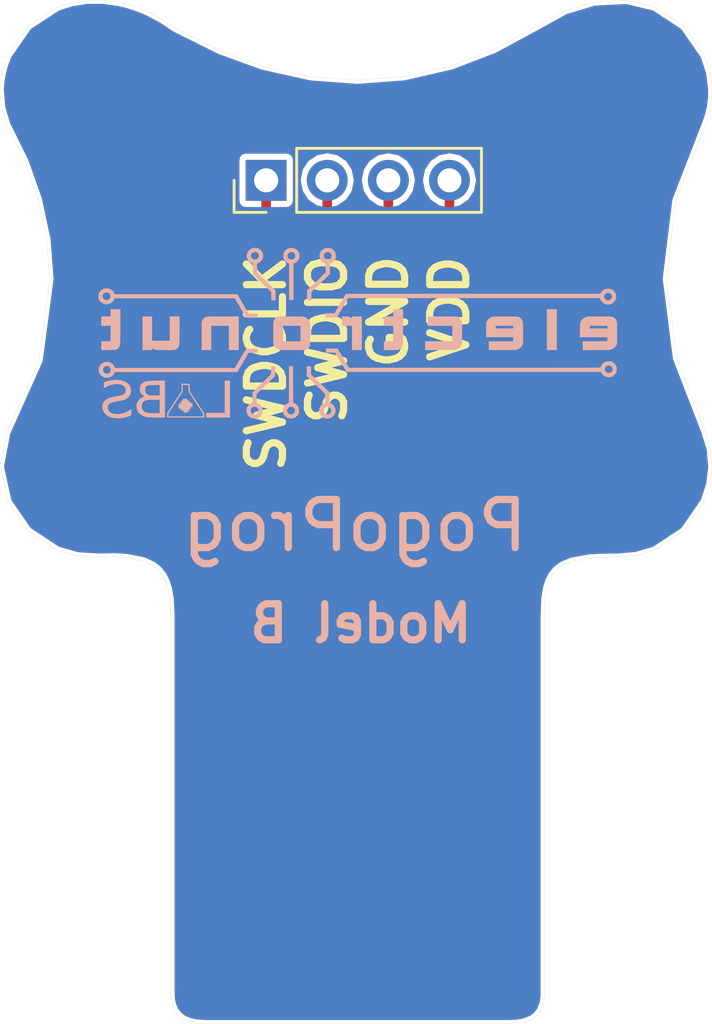
<source format=kicad_pcb>
(kicad_pcb (version 4) (host pcbnew 4.0.6)

  (general
    (links 4)
    (no_connects 0)
    (area 83.936045 -266.065581 113.529912 -223.520871)
    (thickness 1.6)
    (drawings 110)
    (tracks 16)
    (zones 0)
    (modules 3)
    (nets 5)
  )

  (page A3)
  (layers
    (0 F.Cu signal)
    (31 B.Cu signal)
    (32 B.Adhes user)
    (33 F.Adhes user)
    (34 B.Paste user)
    (35 F.Paste user)
    (36 B.SilkS user)
    (37 F.SilkS user)
    (38 B.Mask user)
    (39 F.Mask user)
    (40 Dwgs.User user)
    (41 Cmts.User user)
    (42 Eco1.User user)
    (43 Eco2.User user)
    (44 Edge.Cuts user)
  )

  (setup
    (last_trace_width 0.4)
    (trace_clearance 0.254)
    (zone_clearance 0.152)
    (zone_45_only no)
    (trace_min 0.254)
    (segment_width 0.2)
    (edge_width 0.1)
    (via_size 0.889)
    (via_drill 0.635)
    (via_min_size 0.889)
    (via_min_drill 0.508)
    (uvia_size 0.508)
    (uvia_drill 0.127)
    (uvias_allowed no)
    (uvia_min_size 0.508)
    (uvia_min_drill 0.127)
    (pcb_text_width 0.3)
    (pcb_text_size 1.5 1.5)
    (mod_edge_width 0.15)
    (mod_text_size 1 1)
    (mod_text_width 0.15)
    (pad_size 1.5 1.5)
    (pad_drill 0.6)
    (pad_to_mask_clearance 0)
    (aux_axis_origin 0 0)
    (visible_elements 7FFFFFFF)
    (pcbplotparams
      (layerselection 0x010fc_80000001)
      (usegerberextensions true)
      (excludeedgelayer true)
      (linewidth 0.150000)
      (plotframeref false)
      (viasonmask false)
      (mode 1)
      (useauxorigin false)
      (hpglpennumber 1)
      (hpglpenspeed 20)
      (hpglpendiameter 15)
      (hpglpenoverlay 2)
      (psnegative false)
      (psa4output false)
      (plotreference true)
      (plotvalue true)
      (plotinvisibletext false)
      (padsonsilk false)
      (subtractmaskfromsilk false)
      (outputformat 1)
      (mirror false)
      (drillshape 0)
      (scaleselection 1)
      (outputdirectory gerbers/))
  )

  (net 0 "")
  (net 1 SWCLK)
  (net 2 SWDIO)
  (net 3 GND)
  (net 4 VDD)

  (net_class Default "This is the default net class."
    (clearance 0.254)
    (trace_width 0.4)
    (via_dia 0.889)
    (via_drill 0.635)
    (uvia_dia 0.508)
    (uvia_drill 0.127)
    (add_net GND)
    (add_net SWCLK)
    (add_net SWDIO)
    (add_net VDD)
  )

  (module pogoprogB:pogopin_04x01 (layer F.Cu) (tedit 59F818D0) (tstamp 59F5993A)
    (at 94.9858 -233.3705)
    (path /59D600B7)
    (fp_text reference J1 (at -2.1488 4.2625) (layer F.SilkS) hide
      (effects (font (size 1 1) (thickness 0.15)))
    )
    (fp_text value SWD (at 1.016 -4.318) (layer F.Fab)
      (effects (font (size 1 1) (thickness 0.15)))
    )
    (pad 1 smd oval (at 0 0) (size 1.6 17) (layers F.Cu F.Paste F.Mask)
      (net 1 SWCLK))
    (pad 2 smd oval (at 2.54 0) (size 1.6 17) (layers F.Cu F.Paste F.Mask)
      (net 2 SWDIO))
    (pad 3 smd oval (at 5.08 0) (size 1.6 17) (layers F.Cu F.Paste F.Mask)
      (net 3 GND))
    (pad 4 smd oval (at 7.62 0) (size 1.6 17) (layers F.Cu F.Paste F.Mask)
      (net 4 VDD))
  )

  (module Pin_Headers:Pin_Header_Straight_1x04_Pitch2.54mm (layer F.Cu) (tedit 59F816DA) (tstamp 59F59942)
    (at 94.996 -258.572 90)
    (descr "Through hole straight pin header, 1x04, 2.54mm pitch, single row")
    (tags "Through hole pin header THT 1x04 2.54mm single row")
    (path /59D60493)
    (fp_text reference J2 (at 0 -2.33 90) (layer F.SilkS) hide
      (effects (font (size 1 1) (thickness 0.15)))
    )
    (fp_text value SWD (at 0 9.95 90) (layer F.Fab)
      (effects (font (size 1 1) (thickness 0.15)))
    )
    (fp_line (start -0.635 -1.27) (end 1.27 -1.27) (layer F.Fab) (width 0.1))
    (fp_line (start 1.27 -1.27) (end 1.27 8.89) (layer F.Fab) (width 0.1))
    (fp_line (start 1.27 8.89) (end -1.27 8.89) (layer F.Fab) (width 0.1))
    (fp_line (start -1.27 8.89) (end -1.27 -0.635) (layer F.Fab) (width 0.1))
    (fp_line (start -1.27 -0.635) (end -0.635 -1.27) (layer F.Fab) (width 0.1))
    (fp_line (start -1.33 8.95) (end 1.33 8.95) (layer F.SilkS) (width 0.12))
    (fp_line (start -1.33 1.27) (end -1.33 8.95) (layer F.SilkS) (width 0.12))
    (fp_line (start 1.33 1.27) (end 1.33 8.95) (layer F.SilkS) (width 0.12))
    (fp_line (start -1.33 1.27) (end 1.33 1.27) (layer F.SilkS) (width 0.12))
    (fp_line (start -1.33 0) (end -1.33 -1.33) (layer F.SilkS) (width 0.12))
    (fp_line (start -1.33 -1.33) (end 0 -1.33) (layer F.SilkS) (width 0.12))
    (fp_line (start -1.8 -1.8) (end -1.8 9.4) (layer F.CrtYd) (width 0.05))
    (fp_line (start -1.8 9.4) (end 1.8 9.4) (layer F.CrtYd) (width 0.05))
    (fp_line (start 1.8 9.4) (end 1.8 -1.8) (layer F.CrtYd) (width 0.05))
    (fp_line (start 1.8 -1.8) (end -1.8 -1.8) (layer F.CrtYd) (width 0.05))
    (fp_text user %R (at 0 3.81 180) (layer F.Fab)
      (effects (font (size 1 1) (thickness 0.15)))
    )
    (pad 1 thru_hole rect (at 0 0 90) (size 1.7 1.7) (drill 1) (layers *.Cu *.Mask)
      (net 1 SWCLK))
    (pad 2 thru_hole oval (at 0 2.54 90) (size 1.7 1.7) (drill 1) (layers *.Cu *.Mask)
      (net 2 SWDIO))
    (pad 3 thru_hole oval (at 0 5.08 90) (size 1.7 1.7) (drill 1) (layers *.Cu *.Mask)
      (net 3 GND))
    (pad 4 thru_hole oval (at 0 7.62 90) (size 1.7 1.7) (drill 1) (layers *.Cu *.Mask)
      (net 4 VDD))
    (model ${KISYS3DMOD}/Pin_Headers.3dshapes/Pin_Header_Straight_1x04_Pitch2.54mm.wrl
      (at (xyz 0 -0.15 0))
      (scale (xyz 1 1 1))
      (rotate (xyz 0 0 90))
    )
  )

  (module pogoprogB:logo (layer B.Cu) (tedit 0) (tstamp 59F816E1)
    (at 98.806 -252.222 180)
    (fp_text reference G*** (at 0 0 180) (layer B.SilkS) hide
      (effects (font (thickness 0.3)) (justify mirror))
    )
    (fp_text value LOGO (at 0.75 0 180) (layer B.SilkS) hide
      (effects (font (thickness 0.3)) (justify mirror))
    )
    (fp_poly (pts (xy 2.113642 -1.783541) (xy 1.351642 -2.526035) (xy 1.351642 -2.898599) (xy 1.396472 -2.914521)
      (xy 1.438485 -2.93594) (xy 1.482548 -2.969156) (xy 1.523334 -3.009389) (xy 1.555516 -3.051862)
      (xy 1.562023 -3.063064) (xy 1.59025 -3.13309) (xy 1.60164 -3.204384) (xy 1.597139 -3.274632)
      (xy 1.577696 -3.341522) (xy 1.54426 -3.402741) (xy 1.497778 -3.455978) (xy 1.439199 -3.49892)
      (xy 1.371098 -3.528744) (xy 1.313177 -3.541497) (xy 1.252041 -3.545695) (xy 1.195994 -3.540914)
      (xy 1.183821 -3.538284) (xy 1.114724 -3.512482) (xy 1.053786 -3.472931) (xy 1.002791 -3.422109)
      (xy 0.963524 -3.362495) (xy 0.937768 -3.296567) (xy 0.928277 -3.233266) (xy 1.098744 -3.233266)
      (xy 1.11042 -3.279231) (xy 1.13556 -3.321197) (xy 1.173989 -3.35614) (xy 1.207816 -3.374431)
      (xy 1.243513 -3.381767) (xy 1.286562 -3.379376) (xy 1.329697 -3.368283) (xy 1.36088 -3.35286)
      (xy 1.397963 -3.318682) (xy 1.421303 -3.276791) (xy 1.431267 -3.23065) (xy 1.42822 -3.183721)
      (xy 1.412529 -3.139463) (xy 1.384559 -3.101341) (xy 1.344675 -3.072814) (xy 1.330641 -3.06672)
      (xy 1.29751 -3.059326) (xy 1.257693 -3.057507) (xy 1.219231 -3.061083) (xy 1.190174 -3.069869)
      (xy 1.146246 -3.101602) (xy 1.116482 -3.141428) (xy 1.100706 -3.186324) (xy 1.098744 -3.233266)
      (xy 0.928277 -3.233266) (xy 0.927307 -3.226803) (xy 0.929082 -3.184401) (xy 0.944054 -3.120738)
      (xy 0.972362 -3.059524) (xy 1.011349 -3.004031) (xy 1.058358 -2.957531) (xy 1.110732 -2.923297)
      (xy 1.154339 -2.90703) (xy 1.179285 -2.90089) (xy 1.179285 -2.460983) (xy 1.56464 -2.085474)
      (xy 1.949995 -1.709964) (xy 1.950176 -1.544411) (xy 1.950357 -1.378857) (xy 2.113642 -1.378857)
      (xy 2.113642 -1.783541)) (layer B.SilkS) (width 0.01))
    (fp_poly (pts (xy 2.8575 -2.136606) (xy 2.857516 -2.271638) (xy 2.857582 -2.389674) (xy 2.85772 -2.491863)
      (xy 2.857955 -2.579352) (xy 2.858311 -2.65329) (xy 2.858811 -2.714823) (xy 2.859479 -2.7651)
      (xy 2.86034 -2.805269) (xy 2.861417 -2.836476) (xy 2.862734 -2.859871) (xy 2.864314 -2.8766)
      (xy 2.866183 -2.887811) (xy 2.868363 -2.894653) (xy 2.870878 -2.898273) (xy 2.873375 -2.899699)
      (xy 2.947112 -2.933234) (xy 3.008815 -2.97982) (xy 3.05754 -3.038653) (xy 3.077148 -3.073233)
      (xy 3.09182 -3.104817) (xy 3.100714 -3.130821) (xy 3.105246 -3.158021) (xy 3.106832 -3.193191)
      (xy 3.106964 -3.215821) (xy 3.106316 -3.257508) (xy 3.103429 -3.287842) (xy 3.096888 -3.313594)
      (xy 3.085279 -3.341534) (xy 3.077204 -3.358296) (xy 3.037539 -3.420645) (xy 2.986267 -3.472516)
      (xy 2.926673 -3.510822) (xy 2.904686 -3.520366) (xy 2.852399 -3.534919) (xy 2.793647 -3.542637)
      (xy 2.735845 -3.543025) (xy 2.686406 -3.535588) (xy 2.684502 -3.535062) (xy 2.619484 -3.508224)
      (xy 2.558996 -3.467337) (xy 2.5073 -3.416002) (xy 2.468657 -3.357824) (xy 2.464352 -3.348951)
      (xy 2.454642 -3.324259) (xy 2.448681 -3.297865) (xy 2.44568 -3.264391) (xy 2.444952 -3.223951)
      (xy 2.606709 -3.223951) (xy 2.616858 -3.271549) (xy 2.641433 -3.314736) (xy 2.679442 -3.350327)
      (xy 2.707821 -3.366498) (xy 2.746229 -3.380094) (xy 2.782639 -3.382223) (xy 2.8232 -3.374172)
      (xy 2.871225 -3.352503) (xy 2.907798 -3.319365) (xy 2.932063 -3.278018) (xy 2.943163 -3.231718)
      (xy 2.940244 -3.183726) (xy 2.92245 -3.137298) (xy 2.894853 -3.101361) (xy 2.851329 -3.069443)
      (xy 2.802842 -3.053293) (xy 2.752761 -3.052564) (xy 2.704458 -3.066909) (xy 2.661303 -3.095982)
      (xy 2.633654 -3.128256) (xy 2.611977 -3.175125) (xy 2.606709 -3.223951) (xy 2.444952 -3.223951)
      (xy 2.444853 -3.218463) (xy 2.444854 -3.215821) (xy 2.445552 -3.170841) (xy 2.448121 -3.138478)
      (xy 2.453464 -3.113232) (xy 2.46248 -3.089603) (xy 2.467132 -3.07975) (xy 2.49628 -3.03304)
      (xy 2.535585 -2.98786) (xy 2.580184 -2.948865) (xy 2.625216 -2.920707) (xy 2.639885 -2.914383)
      (xy 2.689678 -2.895809) (xy 2.694318 -1.378857) (xy 2.8575 -1.378857) (xy 2.8575 -2.136606)) (layer B.SilkS) (width 0.01))
    (fp_poly (pts (xy 3.601357 -1.703464) (xy 3.986892 -2.082159) (xy 4.372428 -2.460854) (xy 4.372428 -2.892076)
      (xy 4.430945 -2.919459) (xy 4.49476 -2.958211) (xy 4.549224 -3.009089) (xy 4.59058 -3.068418)
      (xy 4.59767 -3.082503) (xy 4.609992 -3.111656) (xy 4.617337 -3.138622) (xy 4.620903 -3.170005)
      (xy 4.621889 -3.21241) (xy 4.621892 -3.216012) (xy 4.621234 -3.257714) (xy 4.618319 -3.288066)
      (xy 4.611738 -3.313842) (xy 4.600083 -3.341816) (xy 4.592411 -3.357731) (xy 4.550243 -3.424479)
      (xy 4.496851 -3.47719) (xy 4.433296 -3.515177) (xy 4.360641 -3.537754) (xy 4.304392 -3.544041)
      (xy 4.257366 -3.543756) (xy 4.216809 -3.539664) (xy 4.195535 -3.534738) (xy 4.119972 -3.501121)
      (xy 4.056935 -3.454751) (xy 4.007026 -3.396139) (xy 3.984212 -3.35649) (xy 3.972574 -3.330701)
      (xy 3.965294 -3.307165) (xy 3.961385 -3.280225) (xy 3.95986 -3.244223) (xy 3.959678 -3.215821)
      (xy 3.959846 -3.203938) (xy 4.120658 -3.203938) (xy 4.123739 -3.254105) (xy 4.144495 -3.301253)
      (xy 4.170024 -3.332429) (xy 4.214487 -3.365248) (xy 4.264198 -3.381376) (xy 4.316617 -3.380295)
      (xy 4.352185 -3.369603) (xy 4.400715 -3.341129) (xy 4.43413 -3.30277) (xy 4.452147 -3.254936)
      (xy 4.455458 -3.220718) (xy 4.448133 -3.166776) (xy 4.42654 -3.121328) (xy 4.392591 -3.086625)
      (xy 4.348199 -3.064914) (xy 4.318127 -3.059134) (xy 4.256881 -3.059657) (xy 4.20679 -3.074308)
      (xy 4.167262 -3.103388) (xy 4.137705 -3.147196) (xy 4.135479 -3.151946) (xy 4.120658 -3.203938)
      (xy 3.959846 -3.203938) (xy 3.960313 -3.170945) (xy 3.962817 -3.138694) (xy 3.968086 -3.113576)
      (xy 3.977017 -3.090098) (xy 3.981908 -3.07975) (xy 4.019354 -3.022002) (xy 4.070572 -2.970115)
      (xy 4.131332 -2.927693) (xy 4.193267 -2.899699) (xy 4.198706 -2.896451) (xy 4.202748 -2.889294)
      (xy 4.205597 -2.875844) (xy 4.207458 -2.853713) (xy 4.208533 -2.820519) (xy 4.209027 -2.773875)
      (xy 4.209142 -2.713707) (xy 4.209142 -2.533059) (xy 3.824027 -2.157798) (xy 3.438912 -1.782536)
      (xy 3.438492 -1.580697) (xy 3.438071 -1.378857) (xy 3.601357 -1.378857) (xy 3.601357 -1.703464)) (layer B.SilkS) (width 0.01))
    (fp_poly (pts (xy 10.124671 -1.949344) (xy 10.216463 -1.959815) (xy 10.296917 -1.973203) (xy 10.372771 -1.99087)
      (xy 10.450763 -2.014176) (xy 10.45898 -2.016883) (xy 10.545535 -2.045607) (xy 10.548067 -2.165804)
      (xy 10.548733 -2.210116) (xy 10.548781 -2.247063) (xy 10.548244 -2.273312) (xy 10.547157 -2.285526)
      (xy 10.546832 -2.286) (xy 10.538 -2.281335) (xy 10.518255 -2.269046) (xy 10.491701 -2.251696)
      (xy 10.489035 -2.249919) (xy 10.391901 -2.195567) (xy 10.284157 -2.15457) (xy 10.168252 -2.127689)
      (xy 10.058219 -2.116156) (xy 9.966502 -2.11565) (xy 9.888457 -2.123869) (xy 9.82152 -2.141446)
      (xy 9.763125 -2.169013) (xy 9.719651 -2.199651) (xy 9.681021 -2.242085) (xy 9.655368 -2.293094)
      (xy 9.642979 -2.348918) (xy 9.64414 -2.405798) (xy 9.659137 -2.459975) (xy 9.688256 -2.50769)
      (xy 9.69557 -2.515884) (xy 9.715691 -2.534707) (xy 9.738943 -2.551035) (xy 9.767476 -2.565578)
      (xy 9.803441 -2.579046) (xy 9.848989 -2.592149) (xy 9.906269 -2.605597) (xy 9.977434 -2.6201)
      (xy 10.055678 -2.634741) (xy 10.154088 -2.653744) (xy 10.236692 -2.672333) (xy 10.305782 -2.691365)
      (xy 10.36365 -2.711696) (xy 10.412588 -2.734182) (xy 10.454888 -2.759679) (xy 10.492843 -2.789044)
      (xy 10.509781 -2.804377) (xy 10.548269 -2.847441) (xy 10.576147 -2.895483) (xy 10.59568 -2.95317)
      (xy 10.605592 -3.001726) (xy 10.610649 -3.084876) (xy 10.598684 -3.164942) (xy 10.570733 -3.24059)
      (xy 10.527834 -3.310488) (xy 10.471022 -3.373302) (xy 10.401334 -3.427699) (xy 10.319805 -3.472345)
      (xy 10.227473 -3.505909) (xy 10.209999 -3.510616) (xy 10.157364 -3.520768) (xy 10.092289 -3.52825)
      (xy 10.020315 -3.532793) (xy 9.946987 -3.534129) (xy 9.877845 -3.531988) (xy 9.837964 -3.528628)
      (xy 9.735043 -3.512528) (xy 9.626954 -3.487397) (xy 9.522794 -3.455412) (xy 9.504589 -3.448883)
      (xy 9.416143 -3.416356) (xy 9.416143 -3.290386) (xy 9.416601 -3.245259) (xy 9.417859 -3.207731)
      (xy 9.419743 -3.180957) (xy 9.422077 -3.168092) (xy 9.422946 -3.167449) (xy 9.433121 -3.173523)
      (xy 9.454546 -3.187188) (xy 9.483375 -3.205976) (xy 9.497298 -3.215153) (xy 9.606464 -3.276612)
      (xy 9.723587 -3.3224) (xy 9.846264 -3.351743) (xy 9.956605 -3.363333) (xy 10.056816 -3.362381)
      (xy 10.145512 -3.350704) (xy 10.221971 -3.328743) (xy 10.285471 -3.296936) (xy 10.33529 -3.255725)
      (xy 10.370705 -3.205549) (xy 10.390995 -3.146847) (xy 10.395857 -3.09582) (xy 10.38995 -3.033416)
      (xy 10.37142 -2.983026) (xy 10.339055 -2.942555) (xy 10.291642 -2.909912) (xy 10.286612 -2.907295)
      (xy 10.257838 -2.893911) (xy 10.226063 -2.882005) (xy 10.188462 -2.870847) (xy 10.142205 -2.85971)
      (xy 10.084465 -2.847863) (xy 10.012414 -2.834577) (xy 9.987643 -2.830212) (xy 9.910695 -2.816416)
      (xy 9.848581 -2.804338) (xy 9.798169 -2.793157) (xy 9.756329 -2.782055) (xy 9.719929 -2.77021)
      (xy 9.685838 -2.756802) (xy 9.655562 -2.743199) (xy 9.580764 -2.699644) (xy 9.521073 -2.646131)
      (xy 9.476141 -2.582202) (xy 9.445619 -2.5074) (xy 9.433144 -2.451519) (xy 9.428277 -2.367593)
      (xy 9.440483 -2.286733) (xy 9.469026 -2.211123) (xy 9.513169 -2.142948) (xy 9.550764 -2.102834)
      (xy 9.628268 -2.043376) (xy 9.717222 -1.997661) (xy 9.817058 -1.965841) (xy 9.927208 -1.948069)
      (xy 10.047103 -1.944497) (xy 10.124671 -1.949344)) (layer B.SilkS) (width 0.01))
    (fp_poly (pts (xy 5.5245 -3.320143) (xy 6.295571 -3.320143) (xy 6.295571 -3.501571) (xy 5.315857 -3.501571)
      (xy 5.315857 -1.977571) (xy 5.5245 -1.977571) (xy 5.5245 -3.320143)) (layer B.SilkS) (width 0.01))
    (fp_poly (pts (xy 7.170964 -2.104571) (xy 7.320643 -2.104571) (xy 7.320894 -2.261054) (xy 7.321146 -2.417536)
      (xy 7.620186 -2.871107) (xy 7.919226 -3.324679) (xy 7.919291 -3.413125) (xy 7.919357 -3.501571)
      (xy 6.386285 -3.501571) (xy 6.386285 -3.338445) (xy 6.431643 -3.338445) (xy 6.431643 -3.465286)
      (xy 7.874 -3.465286) (xy 7.874 -3.333162) (xy 7.579178 -2.884714) (xy 7.284357 -2.436267)
      (xy 7.284357 -2.149929) (xy 7.030357 -2.149929) (xy 7.030357 -2.428246) (xy 6.731 -2.883345)
      (xy 6.431643 -3.338445) (xy 6.386285 -3.338445) (xy 6.386285 -3.331143) (xy 6.685643 -2.876054)
      (xy 6.985 -2.420964) (xy 6.985 -2.280911) (xy 6.984891 -2.221613) (xy 6.986095 -2.177318)
      (xy 6.990913 -2.145844) (xy 7.00164 -2.125014) (xy 7.020577 -2.112648) (xy 7.05002 -2.106565)
      (xy 7.092269 -2.104588) (xy 7.149622 -2.104537) (xy 7.170964 -2.104571)) (layer B.SilkS) (width 0.01))
    (fp_poly (pts (xy 8.289018 -1.977715) (xy 8.401826 -1.978195) (xy 8.498379 -1.979643) (xy 8.580544 -1.98227)
      (xy 8.650193 -1.986282) (xy 8.709196 -1.991889) (xy 8.759423 -1.9993) (xy 8.802744 -2.008723)
      (xy 8.841029 -2.020366) (xy 8.876148 -2.034439) (xy 8.899862 -2.045853) (xy 8.955357 -2.081105)
      (xy 8.99755 -2.1247) (xy 9.027816 -2.174777) (xy 9.042343 -2.206048) (xy 9.051149 -2.231825)
      (xy 9.055623 -2.258822) (xy 9.057153 -2.293754) (xy 9.057247 -2.317141) (xy 9.056251 -2.361333)
      (xy 9.052702 -2.393985) (xy 9.045441 -2.421648) (xy 9.033857 -2.4497) (xy 8.999412 -2.509448)
      (xy 8.954498 -2.559395) (xy 8.902593 -2.59924) (xy 8.877722 -2.616398) (xy 8.860753 -2.629366)
      (xy 8.855365 -2.635322) (xy 8.864779 -2.639391) (xy 8.886732 -2.647381) (xy 8.916516 -2.657578)
      (xy 8.917214 -2.657811) (xy 8.998348 -2.693495) (xy 9.066648 -2.741429) (xy 9.1213 -2.800291)
      (xy 9.161492 -2.86876) (xy 9.186411 -2.945514) (xy 9.195245 -3.029232) (xy 9.19002 -3.101453)
      (xy 9.16879 -3.187555) (xy 9.132401 -3.264219) (xy 9.081494 -3.330922) (xy 9.016709 -3.387144)
      (xy 8.93869 -3.432362) (xy 8.848075 -3.466056) (xy 8.745507 -3.487704) (xy 8.709878 -3.492041)
      (xy 8.677204 -3.494406) (xy 8.629493 -3.496557) (xy 8.569847 -3.498419) (xy 8.501372 -3.499917)
      (xy 8.42717 -3.500974) (xy 8.350346 -3.501516) (xy 8.317538 -3.501571) (xy 8.019143 -3.501571)
      (xy 8.019143 -3.329214) (xy 8.227785 -3.329214) (xy 8.443232 -3.328898) (xy 8.533715 -3.328082)
      (xy 8.61032 -3.325958) (xy 8.671768 -3.322581) (xy 8.716783 -3.318008) (xy 8.72717 -3.316361)
      (xy 8.806085 -3.295623) (xy 8.870443 -3.264222) (xy 8.920145 -3.222263) (xy 8.955093 -3.169851)
      (xy 8.975188 -3.107092) (xy 8.980515 -3.047379) (xy 8.975282 -2.974234) (xy 8.958431 -2.914178)
      (xy 8.928929 -2.865566) (xy 8.885745 -2.826752) (xy 8.827847 -2.796091) (xy 8.821227 -2.793417)
      (xy 8.805015 -2.787332) (xy 8.78915 -2.782495) (xy 8.771302 -2.778728) (xy 8.749141 -2.775854)
      (xy 8.720337 -2.773693) (xy 8.682562 -2.772069) (xy 8.633484 -2.770803) (xy 8.570775 -2.769718)
      (xy 8.49766 -2.768708) (xy 8.227785 -2.765173) (xy 8.227785 -3.329214) (xy 8.019143 -3.329214)
      (xy 8.019143 -2.596077) (xy 8.227785 -2.596077) (xy 8.447768 -2.592985) (xy 8.66775 -2.589893)
      (xy 8.719725 -2.56437) (xy 8.772097 -2.531688) (xy 8.809417 -2.491506) (xy 8.832867 -2.441805)
      (xy 8.843625 -2.380565) (xy 8.844643 -2.350424) (xy 8.839908 -2.29507) (xy 8.824711 -2.251433)
      (xy 8.797558 -2.215464) (xy 8.79347 -2.211513) (xy 8.775168 -2.195708) (xy 8.756111 -2.183142)
      (xy 8.733969 -2.173403) (xy 8.706407 -2.166078) (xy 8.671094 -2.160756) (xy 8.625697 -2.157024)
      (xy 8.567883 -2.15447) (xy 8.49532 -2.152681) (xy 8.456839 -2.152009) (xy 8.227785 -2.148327)
      (xy 8.227785 -2.596077) (xy 8.019143 -2.596077) (xy 8.019143 -1.977571) (xy 8.289018 -1.977715)) (layer B.SilkS) (width 0.01))
    (fp_poly (pts (xy 4.639372 -0.657679) (xy 5.10522 -1.446893) (xy 10.098522 -1.446893) (xy 10.116112 -1.39974)
      (xy 10.145316 -1.344569) (xy 10.188568 -1.293553) (xy 10.241773 -1.251032) (xy 10.273297 -1.233085)
      (xy 10.347365 -1.205916) (xy 10.422118 -1.195735) (xy 10.495298 -1.201757) (xy 10.564648 -1.223195)
      (xy 10.627908 -1.259264) (xy 10.682822 -1.309179) (xy 10.727131 -1.372153) (xy 10.738741 -1.395022)
      (xy 10.751572 -1.426055) (xy 10.758994 -1.455184) (xy 10.762364 -1.489626) (xy 10.763053 -1.524191)
      (xy 10.762372 -1.56512) (xy 10.75904 -1.595245) (xy 10.751498 -1.621871) (xy 10.738186 -1.652304)
      (xy 10.733768 -1.661374) (xy 10.691338 -1.727537) (xy 10.635622 -1.781766) (xy 10.569803 -1.82176)
      (xy 10.522034 -1.837594) (xy 10.464826 -1.846899) (xy 10.405398 -1.849198) (xy 10.350971 -1.844016)
      (xy 10.32588 -1.837836) (xy 10.254792 -1.805787) (xy 10.193837 -1.759701) (xy 10.145091 -1.701402)
      (xy 10.120928 -1.657804) (xy 10.101142 -1.614714) (xy 5.010008 -1.614714) (xy 4.962456 -1.533952)
      (xy 10.260846 -1.533952) (xy 10.271143 -1.581783) (xy 10.276963 -1.594665) (xy 10.307699 -1.639622)
      (xy 10.346678 -1.6689) (xy 10.395292 -1.683273) (xy 10.438609 -1.684756) (xy 10.474449 -1.681308)
      (xy 10.500168 -1.673561) (xy 10.523711 -1.658861) (xy 10.529323 -1.654482) (xy 10.567248 -1.614043)
      (xy 10.589574 -1.567789) (xy 10.596195 -1.518791) (xy 10.587007 -1.470121) (xy 10.561905 -1.424848)
      (xy 10.538009 -1.399574) (xy 10.497683 -1.373609) (xy 10.450632 -1.36197) (xy 10.399884 -1.363013)
      (xy 10.352733 -1.376686) (xy 10.313436 -1.404042) (xy 10.283811 -1.441656) (xy 10.265675 -1.486101)
      (xy 10.260846 -1.533952) (xy 4.962456 -1.533952) (xy 4.775129 -1.215805) (xy 4.54025 -0.816895)
      (xy 4.154714 -0.816429) (xy 4.154714 -0.652847) (xy 4.639372 -0.657679)) (layer B.SilkS) (width 0.01))
    (fp_poly (pts (xy 1.315357 -0.807357) (xy 0.938691 -0.807357) (xy 0.703035 -1.2065) (xy 0.46738 -1.605643)
      (xy -10.105266 -1.605643) (xy -10.127152 -1.648732) (xy -10.166969 -1.70783) (xy -10.220353 -1.757734)
      (xy -10.284071 -1.7961) (xy -10.354891 -1.820579) (xy -10.367614 -1.82323) (xy -10.400118 -1.8289)
      (xy -10.424255 -1.831021) (xy -10.44754 -1.829399) (xy -10.477485 -1.823836) (xy -10.495643 -1.819883)
      (xy -10.553901 -1.802958) (xy -10.602746 -1.778484) (xy -10.649029 -1.742664) (xy -10.668793 -1.723878)
      (xy -10.713491 -1.670702) (xy -10.742772 -1.613724) (xy -10.7582 -1.54909) (xy -10.761613 -1.495108)
      (xy -10.761482 -1.487566) (xy -10.593523 -1.487566) (xy -10.589459 -1.534829) (xy -10.572082 -1.579457)
      (xy -10.54163 -1.617991) (xy -10.50407 -1.644182) (xy -10.469232 -1.655311) (xy -10.42691 -1.659608)
      (xy -10.385097 -1.656929) (xy -10.351793 -1.647131) (xy -10.351396 -1.646928) (xy -10.324481 -1.627854)
      (xy -10.297295 -1.600536) (xy -10.275104 -1.57101) (xy -10.263346 -1.54602) (xy -10.260734 -1.523075)
      (xy -10.260877 -1.492011) (xy -10.261847 -1.478533) (xy -10.274685 -1.429715) (xy -10.301014 -1.389632)
      (xy -10.337754 -1.359624) (xy -10.38183 -1.341033) (xy -10.430161 -1.3352) (xy -10.479672 -1.343466)
      (xy -10.523436 -1.364556) (xy -10.560751 -1.39897) (xy -10.584034 -1.441127) (xy -10.593523 -1.487566)
      (xy -10.761482 -1.487566) (xy -10.76096 -1.457632) (xy -10.757222 -1.428841) (xy -10.748579 -1.401182)
      (xy -10.733209 -1.367102) (xy -10.728382 -1.357258) (xy -10.69325 -1.298362) (xy -10.650841 -1.252171)
      (xy -10.596743 -1.214327) (xy -10.568491 -1.199389) (xy -10.542629 -1.187707) (xy -10.519091 -1.180398)
      (xy -10.492211 -1.176471) (xy -10.456323 -1.174936) (xy -10.427608 -1.17475) (xy -10.382931 -1.175364)
      (xy -10.350581 -1.17786) (xy -10.324764 -1.183222) (xy -10.299683 -1.192434) (xy -10.285412 -1.198884)
      (xy -10.248504 -1.219567) (xy -10.210798 -1.245882) (xy -10.192672 -1.261048) (xy -10.168263 -1.287918)
      (xy -10.143589 -1.322251) (xy -10.121541 -1.359102) (xy -10.105008 -1.393521) (xy -10.09688 -1.420563)
      (xy -10.0965 -1.425663) (xy -10.096137 -1.426839) (xy -10.094758 -1.427958) (xy -10.091927 -1.429022)
      (xy -10.087209 -1.430033) (xy -10.080168 -1.430991) (xy -10.070369 -1.431898) (xy -10.057377 -1.432756)
      (xy -10.040756 -1.433565) (xy -10.02007 -1.434328) (xy -9.994884 -1.435045) (xy -9.964763 -1.435719)
      (xy -9.929271 -1.436349) (xy -9.887973 -1.436939) (xy -9.840433 -1.437489) (xy -9.786215 -1.438)
      (xy -9.724886 -1.438474) (xy -9.656008 -1.438913) (xy -9.579146 -1.439317) (xy -9.493865 -1.439689)
      (xy -9.39973 -1.440029) (xy -9.296305 -1.440339) (xy -9.183155 -1.44062) (xy -9.059843 -1.440874)
      (xy -8.925936 -1.441102) (xy -8.780996 -1.441305) (xy -8.62459 -1.441486) (xy -8.456281 -1.441644)
      (xy -8.275633 -1.441782) (xy -8.082212 -1.441902) (xy -7.875582 -1.442003) (xy -7.655307 -1.442089)
      (xy -7.420953 -1.442159) (xy -7.172083 -1.442216) (xy -6.908262 -1.442261) (xy -6.629055 -1.442296)
      (xy -6.334025 -1.442321) (xy -6.022739 -1.442338) (xy -5.69476 -1.442349) (xy -5.349653 -1.442355)
      (xy -4.986982 -1.442357) (xy 0.369875 -1.442357) (xy 0.839107 -0.644569) (xy 1.315357 -0.644071)
      (xy 1.315357 -0.807357)) (layer B.SilkS) (width 0.01))
    (fp_poly (pts (xy -9.951436 0.689249) (xy -9.85547 0.688729) (xy -9.769055 0.687894) (xy -9.693669 0.686769)
      (xy -9.63079 0.685381) (xy -9.581896 0.683756) (xy -9.548465 0.681919) (xy -9.533706 0.680288)
      (xy -9.462402 0.659084) (xy -9.396301 0.62474) (xy -9.338917 0.57977) (xy -9.293762 0.52669)
      (xy -9.275679 0.495498) (xy -9.26453 0.469216) (xy -9.255517 0.439197) (xy -9.248438 0.403352)
      (xy -9.243091 0.359593) (xy -9.239274 0.305834) (xy -9.236786 0.239985) (xy -9.235424 0.159961)
      (xy -9.234995 0.074839) (xy -9.234715 -0.163286) (xy -10.378372 -0.163286) (xy -10.375775 -0.251732)
      (xy -10.373179 -0.340179) (xy -9.352643 -0.344865) (xy -9.352643 -0.6985) (xy -9.899197 -0.697506)
      (xy -9.998382 -0.697196) (xy -10.093121 -0.696651) (xy -10.18169 -0.695897) (xy -10.262364 -0.69496)
      (xy -10.33342 -0.693867) (xy -10.393132 -0.692644) (xy -10.439777 -0.691317) (xy -10.47163 -0.689912)
      (xy -10.486572 -0.68854) (xy -10.5509 -0.66855) (xy -10.613133 -0.635623) (xy -10.669393 -0.592781)
      (xy -10.7158 -0.543047) (xy -10.748476 -0.489443) (xy -10.751644 -0.482024) (xy -10.756397 -0.469952)
      (xy -10.760359 -0.458184) (xy -10.763603 -0.44503) (xy -10.7662 -0.428797) (xy -10.768222 -0.407795)
      (xy -10.769741 -0.380332) (xy -10.770829 -0.344716) (xy -10.771559 -0.299255) (xy -10.772001 -0.242259)
      (xy -10.772227 -0.172035) (xy -10.77231 -0.086892) (xy -10.772322 0.004536) (xy -10.772263 0.106503)
      (xy -10.772053 0.192004) (xy -10.771636 0.262714) (xy -10.7711 0.308429) (xy -10.377715 0.308429)
      (xy -10.377715 0.1905) (xy -9.633857 0.1905) (xy -9.633857 0.308429) (xy -10.377715 0.308429)
      (xy -10.7711 0.308429) (xy -10.77096 0.320309) (xy -10.769972 0.366465) (xy -10.768617 0.402859)
      (xy -10.766842 0.431166) (xy -10.764594 0.453061) (xy -10.761819 0.470222) (xy -10.758463 0.484323)
      (xy -10.756831 0.489857) (xy -10.729366 0.552011) (xy -10.689488 0.60545) (xy -10.65099 0.638751)
      (xy -10.635139 0.649473) (xy -10.61996 0.658565) (xy -10.603874 0.666162) (xy -10.585303 0.672397)
      (xy -10.562668 0.677406) (xy -10.534391 0.681322) (xy -10.498893 0.68428) (xy -10.454597 0.686415)
      (xy -10.399924 0.687859) (xy -10.333295 0.688749) (xy -10.253133 0.689217) (xy -10.157859 0.689399)
      (xy -10.055475 0.689429) (xy -9.951436 0.689249)) (layer B.SilkS) (width 0.01))
    (fp_poly (pts (xy -7.864929 -0.6985) (xy -8.264072 -0.6985) (xy -8.264072 0.988786) (xy -7.864929 0.988786)
      (xy -7.864929 -0.6985)) (layer B.SilkS) (width 0.01))
    (fp_poly (pts (xy -6.041478 0.689249) (xy -5.945539 0.688729) (xy -5.859149 0.687893) (xy -5.783786 0.686768)
      (xy -5.720929 0.68538) (xy -5.672056 0.683754) (xy -5.638646 0.681916) (xy -5.62392 0.680288)
      (xy -5.550027 0.658168) (xy -5.482385 0.622158) (xy -5.424167 0.574563) (xy -5.378544 0.517691)
      (xy -5.363611 0.491004) (xy -5.338536 0.439964) (xy -5.33289 -0.163286) (xy -6.467929 -0.163286)
      (xy -6.467929 -0.344714) (xy -5.451929 -0.344714) (xy -5.451929 -0.6985) (xy -5.993947 -0.697506)
      (xy -6.092688 -0.697197) (xy -6.186957 -0.696655) (xy -6.275026 -0.695907) (xy -6.355165 -0.694979)
      (xy -6.425646 -0.693897) (xy -6.484739 -0.692688) (xy -6.530717 -0.691377) (xy -6.561849 -0.68999)
      (xy -6.575803 -0.688688) (xy -6.624318 -0.674279) (xy -6.677794 -0.650669) (xy -6.728549 -0.621671)
      (xy -6.764637 -0.594925) (xy -6.79297 -0.564078) (xy -6.820473 -0.52355) (xy -6.832673 -0.501029)
      (xy -6.862536 -0.440391) (xy -6.865241 -0.027429) (xy -6.865779 0.095202) (xy -6.865665 0.199793)
      (xy -6.864899 0.286434) (xy -6.864446 0.308429) (xy -6.467929 0.308429) (xy -6.467929 0.1905)
      (xy -5.724072 0.1905) (xy -5.724072 0.308429) (xy -6.467929 0.308429) (xy -6.864446 0.308429)
      (xy -6.86348 0.355216) (xy -6.861405 0.406229) (xy -6.858673 0.439565) (xy -6.857734 0.446077)
      (xy -6.838964 0.51213) (xy -6.807229 0.57175) (xy -6.765096 0.620462) (xy -6.751011 0.632128)
      (xy -6.734835 0.644166) (xy -6.719442 0.654387) (xy -6.703262 0.662941) (xy -6.684727 0.669976)
      (xy -6.662267 0.675641) (xy -6.634314 0.680083) (xy -6.5993 0.683451) (xy -6.555655 0.685895)
      (xy -6.50181 0.687561) (xy -6.436197 0.688599) (xy -6.357247 0.689158) (xy -6.263391 0.689385)
      (xy -6.15306 0.689428) (xy -6.145485 0.689429) (xy -6.041478 0.689249)) (layer B.SilkS) (width 0.01))
    (fp_poly (pts (xy -2.911929 0.308429) (xy -3.937 0.308429) (xy -3.937 -0.344714) (xy -2.803072 -0.344714)
      (xy -2.803072 -0.6985) (xy -3.404054 -0.697506) (xy -3.507982 -0.697219) (xy -3.607412 -0.696721)
      (xy -3.700717 -0.696034) (xy -3.78627 -0.695182) (xy -3.862445 -0.694187) (xy -3.927614 -0.693071)
      (xy -3.98015 -0.691856) (xy -4.018427 -0.690564) (xy -4.040819 -0.689219) (xy -4.044875 -0.688688)
      (xy -4.09339 -0.674279) (xy -4.146865 -0.650669) (xy -4.197621 -0.621671) (xy -4.233709 -0.594925)
      (xy -4.26209 -0.564018) (xy -4.289618 -0.52341) (xy -4.301744 -0.501002) (xy -4.331608 -0.440336)
      (xy -4.331608 0.458107) (xy -4.310101 0.511455) (xy -4.276254 0.574281) (xy -4.230372 0.62379)
      (xy -4.174314 0.659676) (xy -4.122965 0.684893) (xy -2.911929 0.689923) (xy -2.911929 0.308429)) (layer B.SilkS) (width 0.01))
    (fp_poly (pts (xy -1.478643 0.689429) (xy -1.088572 0.689429) (xy -1.088572 0.308429) (xy -1.478872 0.308429)
      (xy -1.47649 -0.015875) (xy -1.474107 -0.340179) (xy -1.28134 -0.342627) (xy -1.088572 -0.345075)
      (xy -1.088572 -0.6985) (xy -1.367518 -0.697572) (xy -1.438171 -0.697128) (xy -1.504028 -0.696319)
      (xy -1.562605 -0.695206) (xy -1.611417 -0.69385) (xy -1.647981 -0.692312) (xy -1.669813 -0.690654)
      (xy -1.673679 -0.690018) (xy -1.726862 -0.670129) (xy -1.77531 -0.639173) (xy -1.813884 -0.600895)
      (xy -1.830116 -0.576036) (xy -1.837514 -0.561708) (xy -1.843987 -0.548081) (xy -1.849602 -0.533892)
      (xy -1.854427 -0.517877) (xy -1.858531 -0.498775) (xy -1.86198 -0.475324) (xy -1.864845 -0.446259)
      (xy -1.867191 -0.41032) (xy -1.869088 -0.366244) (xy -1.870603 -0.312768) (xy -1.871805 -0.248629)
      (xy -1.872761 -0.172565) (xy -1.873539 -0.083315) (xy -1.874208 0.020386) (xy -1.874835 0.139799)
      (xy -1.875437 0.265339) (xy -1.878867 0.988786) (xy -1.478643 0.988786) (xy -1.478643 0.689429)) (layer B.SilkS) (width 0.01))
    (fp_poly (pts (xy 0.237628 0.6491) (xy 0.240392 0.608772) (xy 0.290101 0.640178) (xy 0.320934 0.658477)
      (xy 0.349163 0.671634) (xy 0.378785 0.680476) (xy 0.413798 0.685826) (xy 0.458202 0.688512)
      (xy 0.515993 0.689357) (xy 0.52841 0.689378) (xy 0.653142 0.689429) (xy 0.653142 0.308429)
      (xy 0.235857 0.308429) (xy 0.235857 -0.6985) (xy -0.163286 -0.6985) (xy -0.163286 0.689429)
      (xy 0.234863 0.689429) (xy 0.237628 0.6491)) (layer B.SilkS) (width 0.01))
    (fp_poly (pts (xy 2.91183 0.68942) (xy 3.008909 0.689271) (xy 3.090881 0.688794) (xy 3.159266 0.687802)
      (xy 3.215582 0.686109) (xy 3.261347 0.683528) (xy 3.29808 0.679871) (xy 3.327298 0.674952)
      (xy 3.350522 0.668585) (xy 3.369268 0.660582) (xy 3.385055 0.650756) (xy 3.399402 0.638921)
      (xy 3.413827 0.624891) (xy 3.426266 0.612141) (xy 3.455522 0.579093) (xy 3.475 0.547762)
      (xy 3.489838 0.509541) (xy 3.492363 0.501429) (xy 3.496664 0.486662) (xy 3.500247 0.472037)
      (xy 3.503164 0.455847) (xy 3.505472 0.436386) (xy 3.507224 0.411948) (xy 3.508475 0.380825)
      (xy 3.509279 0.341313) (xy 3.509692 0.291704) (xy 3.509767 0.230293) (xy 3.50956 0.155372)
      (xy 3.509124 0.065235) (xy 3.508703 -0.009512) (xy 3.506107 -0.458107) (xy 3.481662 -0.50444)
      (xy 3.442137 -0.561187) (xy 3.388649 -0.610958) (xy 3.324822 -0.651239) (xy 3.254279 -0.679512)
      (xy 3.216423 -0.688583) (xy 3.196307 -0.690585) (xy 3.160462 -0.692339) (xy 3.111007 -0.693842)
      (xy 3.050056 -0.695096) (xy 2.979728 -0.6961) (xy 2.902138 -0.696855) (xy 2.819403 -0.697359)
      (xy 2.73364 -0.697613) (xy 2.646966 -0.697618) (xy 2.561496 -0.697371) (xy 2.479348 -0.696875)
      (xy 2.402639 -0.696128) (xy 2.333484 -0.69513) (xy 2.274001 -0.693882) (xy 2.226306 -0.692383)
      (xy 2.192516 -0.690634) (xy 2.174747 -0.688633) (xy 2.174734 -0.68863) (xy 2.111141 -0.665236)
      (xy 2.059173 -0.628071) (xy 2.019544 -0.577771) (xy 1.998053 -0.530966) (xy 1.994431 -0.51925)
      (xy 1.991398 -0.50554) (xy 1.988901 -0.488218) (xy 1.986889 -0.465666) (xy 1.985312 -0.436268)
      (xy 1.984119 -0.398407) (xy 1.983257 -0.350465) (xy 1.982676 -0.290825) (xy 1.982325 -0.21787)
      (xy 1.982152 -0.129983) (xy 1.982107 -0.027214) (xy 1.982107 0.308429) (xy 2.376714 0.308429)
      (xy 2.376714 -0.344714) (xy 3.1115 -0.344714) (xy 3.1115 0.308429) (xy 2.376714 0.308429)
      (xy 1.982107 0.308429) (xy 1.982107 0.430893) (xy 2.008228 0.487447) (xy 2.046923 0.550168)
      (xy 2.099545 0.603239) (xy 2.163658 0.644849) (xy 2.236829 0.673187) (xy 2.267491 0.680288)
      (xy 2.287217 0.682267) (xy 2.323645 0.684058) (xy 2.375332 0.685633) (xy 2.440839 0.686969)
      (xy 2.518723 0.688042) (xy 2.607545 0.688825) (xy 2.705862 0.689295) (xy 2.798127 0.689429)
      (xy 2.91183 0.68942)) (layer B.SilkS) (width 0.01))
    (fp_poly (pts (xy 5.726212 0.689388) (xy 5.835622 0.689249) (xy 5.929494 0.688985) (xy 6.009128 0.688568)
      (xy 6.075827 0.687973) (xy 6.130892 0.687172) (xy 6.175626 0.686138) (xy 6.21133 0.684846)
      (xy 6.239306 0.683267) (xy 6.260856 0.681376) (xy 6.277281 0.679145) (xy 6.289884 0.676548)
      (xy 6.295044 0.675137) (xy 6.347542 0.650658) (xy 6.395607 0.611096) (xy 6.436041 0.55947)
      (xy 6.455414 0.523733) (xy 6.481535 0.467179) (xy 6.48412 -0.115661) (xy 6.486704 -0.6985)
      (xy 6.096 -0.6985) (xy 6.096 0.308429) (xy 5.352142 0.308429) (xy 5.352142 -0.6985)
      (xy 4.953 -0.6985) (xy 4.953 0.689429) (xy 5.59996 0.689429) (xy 5.726212 0.689388)) (layer B.SilkS) (width 0.01))
    (fp_poly (pts (xy 7.8105 -0.3175) (xy 8.554357 -0.3175) (xy 8.554357 0.689429) (xy 8.944428 0.689429)
      (xy 8.944428 -0.6985) (xy 8.554357 -0.6985) (xy 8.554357 -0.657679) (xy 8.553329 -0.633325)
      (xy 8.55073 -0.618724) (xy 8.549188 -0.616857) (xy 8.539453 -0.621596) (xy 8.519832 -0.633804)
      (xy 8.502663 -0.645311) (xy 8.483894 -0.657871) (xy 8.466182 -0.668281) (xy 8.447676 -0.676737)
      (xy 8.426522 -0.683437) (xy 8.400869 -0.688576) (xy 8.368865 -0.692352) (xy 8.328658 -0.694962)
      (xy 8.278396 -0.696602) (xy 8.216227 -0.69747) (xy 8.140299 -0.697763) (xy 8.04876 -0.697677)
      (xy 8.010897 -0.697589) (xy 7.929513 -0.697193) (xy 7.85267 -0.69645) (xy 7.782519 -0.695406)
      (xy 7.721208 -0.69411) (xy 7.67089 -0.692609) (xy 7.633714 -0.690952) (xy 7.61183 -0.689188)
      (xy 7.608366 -0.688598) (xy 7.548973 -0.665761) (xy 7.499106 -0.627526) (xy 7.458901 -0.574022)
      (xy 7.437399 -0.529598) (xy 7.415893 -0.47625) (xy 7.413249 0.106589) (xy 7.410606 0.689429)
      (xy 7.8105 0.689429) (xy 7.8105 -0.3175)) (layer B.SilkS) (width 0.01))
    (fp_poly (pts (xy 10.268857 0.689429) (xy 10.658928 0.689429) (xy 10.658928 0.308429) (xy 10.268628 0.308429)
      (xy 10.27101 -0.015875) (xy 10.273393 -0.340179) (xy 10.46616 -0.342627) (xy 10.658928 -0.345075)
      (xy 10.658928 -0.6985) (xy 10.379982 -0.697572) (xy 10.309329 -0.697116) (xy 10.243472 -0.696274)
      (xy 10.184895 -0.695108) (xy 10.136083 -0.693684) (xy 10.099519 -0.692066) (xy 10.077687 -0.690318)
      (xy 10.073821 -0.689647) (xy 10.010196 -0.665131) (xy 9.958343 -0.627826) (xy 9.919612 -0.578828)
      (xy 9.907307 -0.554386) (xy 9.900657 -0.537354) (xy 9.894831 -0.518341) (xy 9.889776 -0.496108)
      (xy 9.885438 -0.469415) (xy 9.881763 -0.437019) (xy 9.8787 -0.39768) (xy 9.876194 -0.350158)
      (xy 9.874192 -0.293212) (xy 9.872642 -0.225601) (xy 9.871489 -0.146083) (xy 9.87068 -0.05342)
      (xy 9.870163 0.053632) (xy 9.869883 0.176311) (xy 9.869789 0.31586) (xy 9.869788 0.319768)
      (xy 9.869714 0.988786) (xy 10.268857 0.988786) (xy 10.268857 0.689429)) (layer B.SilkS) (width 0.01))
    (fp_poly (pts (xy 10.485986 1.854641) (xy 10.518042 1.852617) (xy 10.542796 1.848095) (xy 10.565666 1.840134)
      (xy 10.588529 1.82954) (xy 10.64634 1.792925) (xy 10.69787 1.744646) (xy 10.738097 1.689723)
      (xy 10.748905 1.669164) (xy 10.760129 1.642808) (xy 10.767108 1.618166) (xy 10.770792 1.589509)
      (xy 10.772133 1.551107) (xy 10.772223 1.528536) (xy 10.771667 1.484914) (xy 10.769441 1.453933)
      (xy 10.764546 1.430102) (xy 10.755981 1.40793) (xy 10.746959 1.389871) (xy 10.70533 1.32559)
      (xy 10.654695 1.275666) (xy 10.606629 1.244652) (xy 10.535523 1.216186) (xy 10.462421 1.204097)
      (xy 10.389827 1.207581) (xy 10.320242 1.225836) (xy 10.256171 1.258057) (xy 10.200117 1.303443)
      (xy 10.154582 1.36119) (xy 10.135963 1.395683) (xy 10.110107 1.45124) (xy 7.610928 1.451273)
      (xy 5.11175 1.451306) (xy 4.874759 1.049956) (xy 4.637767 0.648607) (xy 4.402436 0.646192)
      (xy 4.338832 0.645771) (xy 4.281272 0.645834) (xy 4.232222 0.646341) (xy 4.194153 0.647254)
      (xy 4.169532 0.648535) (xy 4.160909 0.649972) (xy 4.158058 0.66134) (xy 4.155899 0.686163)
      (xy 4.15479 0.719757) (xy 4.154714 0.731581) (xy 4.154714 0.806996) (xy 4.347442 0.809445)
      (xy 4.54017 0.811893) (xy 4.970239 1.543128) (xy 10.274038 1.543128) (xy 10.279298 1.492343)
      (xy 10.302414 1.441646) (xy 10.304566 1.438347) (xy 10.338093 1.403342) (xy 10.381799 1.380179)
      (xy 10.431301 1.369876) (xy 10.482214 1.373455) (xy 10.522361 1.387675) (xy 10.564254 1.417975)
      (xy 10.592857 1.457105) (xy 10.608192 1.501714) (xy 10.610277 1.548448) (xy 10.599135 1.593954)
      (xy 10.574785 1.634878) (xy 10.537248 1.667867) (xy 10.520591 1.677115) (xy 10.46661 1.694366)
      (xy 10.413849 1.694356) (xy 10.364755 1.677545) (xy 10.321771 1.644392) (xy 10.316722 1.638863)
      (xy 10.286544 1.592476) (xy 10.274038 1.543128) (xy 4.970239 1.543128) (xy 5.011964 1.614071)
      (xy 7.562094 1.614393) (xy 10.112224 1.614714) (xy 10.130962 1.659804) (xy 10.158586 1.708366)
      (xy 10.199029 1.756321) (xy 10.247501 1.798689) (xy 10.291388 1.826565) (xy 10.317413 1.839518)
      (xy 10.339346 1.847824) (xy 10.362564 1.852508) (xy 10.392442 1.854592) (xy 10.434358 1.855103)
      (xy 10.441214 1.855107) (xy 10.485986 1.854641)) (layer B.SilkS) (width 0.01))
    (fp_poly (pts (xy -10.35199 1.843568) (xy -10.282722 1.82524) (xy -10.216904 1.791528) (xy -10.170367 1.755064)
      (xy -10.14229 1.726261) (xy -10.117811 1.696208) (xy -10.101939 1.671096) (xy -10.101267 1.669655)
      (xy -10.084673 1.632857) (xy 0.488264 1.632857) (xy 0.726628 1.229178) (xy 0.964993 0.8255)
      (xy 1.342571 0.8255) (xy 1.342571 0.662214) (xy 1.104446 0.662351) (xy 0.866321 0.662487)
      (xy 0.631205 1.061493) (xy 0.39609 1.4605) (xy -10.065028 1.4605) (xy -10.080377 1.417282)
      (xy -10.11478 1.345686) (xy -10.162497 1.286288) (xy -10.222831 1.239776) (xy -10.293598 1.207333)
      (xy -10.368353 1.191036) (xy -10.442049 1.19154) (xy -10.51242 1.207618) (xy -10.577195 1.238043)
      (xy -10.634106 1.28159) (xy -10.680885 1.337031) (xy -10.715263 1.40314) (xy -10.727666 1.442028)
      (xy -10.737906 1.512714) (xy -10.737148 1.520574) (xy -10.568215 1.520574) (xy -10.559757 1.466492)
      (xy -10.535271 1.419616) (xy -10.496089 1.381875) (xy -10.458041 1.360804) (xy -10.425826 1.354333)
      (xy -10.385316 1.356072) (xy -10.343832 1.364993) (xy -10.308695 1.380069) (xy -10.305257 1.38224)
      (xy -10.269252 1.416298) (xy -10.245031 1.460441) (xy -10.234064 1.509826) (xy -10.237824 1.55961)
      (xy -10.244828 1.581129) (xy -10.269078 1.618971) (xy -10.305069 1.650563) (xy -10.347858 1.673148)
      (xy -10.3925 1.683964) (xy -10.426099 1.682318) (xy -10.478592 1.663312) (xy -10.521007 1.632028)
      (xy -10.551091 1.591028) (xy -10.566593 1.542876) (xy -10.568215 1.520574) (xy -10.737148 1.520574)
      (xy -10.731286 1.581326) (xy -10.707468 1.651092) (xy -10.705414 1.655536) (xy -10.665936 1.720114)
      (xy -10.615481 1.771993) (xy -10.556455 1.810726) (xy -10.491261 1.835864) (xy -10.422305 1.84696)
      (xy -10.35199 1.843568)) (layer B.SilkS) (width 0.01))
    (fp_poly (pts (xy 1.331605 3.533226) (xy 1.398136 3.509762) (xy 1.458692 3.472434) (xy 1.51064 3.421423)
      (xy 1.526843 3.399574) (xy 1.561957 3.332969) (xy 1.580725 3.263131) (xy 1.58387 3.192525)
      (xy 1.572116 3.123614) (xy 1.546188 3.058863) (xy 1.506809 3.000737) (xy 1.454703 2.951698)
      (xy 1.390594 2.914211) (xy 1.383362 2.911114) (xy 1.3335 2.890447) (xy 1.3335 2.524872)
      (xy 1.719004 2.149168) (xy 2.104509 1.773464) (xy 2.104571 1.369786) (xy 1.932214 1.369786)
      (xy 1.931114 1.709964) (xy 1.161142 2.460614) (xy 1.161142 2.892076) (xy 1.103074 2.919249)
      (xy 1.038599 2.958537) (xy 0.986895 3.00861) (xy 0.948442 3.067039) (xy 0.923716 3.131394)
      (xy 0.913194 3.199245) (xy 0.913837 3.209905) (xy 1.0795 3.209905) (xy 1.086775 3.170425)
      (xy 1.105958 3.129422) (xy 1.13309 3.094168) (xy 1.150611 3.079418) (xy 1.187016 3.063412)
      (xy 1.23214 3.055926) (xy 1.279211 3.057028) (xy 1.32146 3.066785) (xy 1.342663 3.077482)
      (xy 1.379316 3.1084) (xy 1.401438 3.143593) (xy 1.412117 3.18849) (xy 1.413352 3.201746)
      (xy 1.414351 3.236507) (xy 1.410064 3.262162) (xy 1.398726 3.287403) (xy 1.394419 3.294947)
      (xy 1.36156 3.334838) (xy 1.319509 3.361986) (xy 1.271988 3.375935) (xy 1.222718 3.376228)
      (xy 1.175422 3.362408) (xy 1.133821 3.334019) (xy 1.127558 3.327684) (xy 1.103532 3.292942)
      (xy 1.086268 3.250856) (xy 1.079502 3.210589) (xy 1.0795 3.209905) (xy 0.913837 3.209905)
      (xy 0.917355 3.268163) (xy 0.936676 3.335717) (xy 0.971635 3.399479) (xy 1.001473 3.43615)
      (xy 1.058387 3.484762) (xy 1.122489 3.518592) (xy 1.191149 3.537824) (xy 1.261731 3.54264)
      (xy 1.331605 3.533226)) (layer B.SilkS) (width 0.01))
    (fp_poly (pts (xy 4.361649 3.532417) (xy 4.429658 3.50558) (xy 4.490762 3.464459) (xy 4.542343 3.410331)
      (xy 4.572195 3.363876) (xy 4.588333 3.331121) (xy 4.598156 3.302495) (xy 4.603577 3.270484)
      (xy 4.606422 3.229428) (xy 4.607372 3.185184) (xy 4.604749 3.15154) (xy 4.597636 3.121146)
      (xy 4.590244 3.099847) (xy 4.559697 3.041558) (xy 4.515459 2.987649) (xy 4.461979 2.942754)
      (xy 4.413149 2.915392) (xy 4.354285 2.889748) (xy 4.354285 2.451936) (xy 3.973404 2.08095)
      (xy 3.592522 1.709964) (xy 3.592404 1.539875) (xy 3.592285 1.369786) (xy 3.419928 1.369786)
      (xy 3.419928 1.774907) (xy 3.805464 2.150461) (xy 4.191 2.526016) (xy 4.191 2.890447)
      (xy 4.141137 2.911114) (xy 4.082626 2.943941) (xy 4.028838 2.990236) (xy 3.984798 3.045325)
      (xy 3.970536 3.069735) (xy 3.956743 3.097725) (xy 3.948193 3.121229) (xy 3.943645 3.146309)
      (xy 3.941861 3.179026) (xy 3.941591 3.211286) (xy 3.941795 3.224513) (xy 4.104474 3.224513)
      (xy 4.109038 3.176184) (xy 4.129889 3.126185) (xy 4.162081 3.089987) (xy 4.206139 3.067224)
      (xy 4.262585 3.05753) (xy 4.27913 3.057105) (xy 4.314313 3.057739) (xy 4.337581 3.060915)
      (xy 4.355151 3.068477) (xy 4.373237 3.082272) (xy 4.378072 3.086476) (xy 4.409622 3.12212)
      (xy 4.4327 3.163863) (xy 4.443999 3.205273) (xy 4.444601 3.215821) (xy 4.436018 3.262591)
      (xy 4.412225 3.305817) (xy 4.376152 3.342012) (xy 4.330731 3.367692) (xy 4.311536 3.373993)
      (xy 4.262146 3.378742) (xy 4.215221 3.368219) (xy 4.173376 3.344981) (xy 4.139227 3.311581)
      (xy 4.115388 3.270574) (xy 4.104474 3.224513) (xy 3.941795 3.224513) (xy 3.942271 3.255165)
      (xy 3.945082 3.286995) (xy 3.951083 3.312837) (xy 3.961333 3.338752) (xy 3.965351 3.347357)
      (xy 4.006988 3.414844) (xy 4.060814 3.469036) (xy 4.126106 3.50938) (xy 4.20214 3.535322)
      (xy 4.21538 3.538124) (xy 4.289351 3.543691) (xy 4.361649 3.532417)) (layer B.SilkS) (width 0.01))
    (fp_poly (pts (xy 2.80025 3.537617) (xy 2.867091 3.523138) (xy 2.930286 3.495481) (xy 2.987525 3.454643)
      (xy 3.036502 3.400618) (xy 3.067483 3.34932) (xy 3.077448 3.326593) (xy 3.083765 3.303666)
      (xy 3.087218 3.275439) (xy 3.088594 3.236809) (xy 3.08875 3.211286) (xy 3.088358 3.166922)
      (xy 3.086488 3.135483) (xy 3.08222 3.11176) (xy 3.074629 3.090543) (xy 3.06332 3.067617)
      (xy 3.020347 3.004448) (xy 2.964715 2.95183) (xy 2.904034 2.915041) (xy 2.848617 2.88925)
      (xy 2.848523 2.134054) (xy 2.848428 1.378857) (xy 2.676071 1.378857) (xy 2.676071 2.890447)
      (xy 2.625779 2.911292) (xy 2.566004 2.944845) (xy 2.512142 2.991738) (xy 2.469048 3.047314)
      (xy 2.452961 3.077106) (xy 2.439724 3.108176) (xy 2.431834 3.135191) (xy 2.428007 3.165001)
      (xy 2.426961 3.20446) (xy 2.426974 3.212344) (xy 2.594887 3.212344) (xy 2.597718 3.17274)
      (xy 2.606697 3.14147) (xy 2.607173 3.140532) (xy 2.639142 3.097235) (xy 2.681284 3.067108)
      (xy 2.730257 3.051216) (xy 2.782718 3.050625) (xy 2.835327 3.066399) (xy 2.837091 3.067242)
      (xy 2.879433 3.096282) (xy 2.908163 3.133618) (xy 2.923846 3.176225) (xy 2.927046 3.221074)
      (xy 2.918327 3.265139) (xy 2.898254 3.305393) (xy 2.867389 3.33881) (xy 2.826299 3.362363)
      (xy 2.780157 3.3727) (xy 2.747703 3.373974) (xy 2.71925 3.372721) (xy 2.708406 3.370993)
      (xy 2.682546 3.358668) (xy 2.653039 3.336257) (xy 2.625914 3.309025) (xy 2.607572 3.282961)
      (xy 2.598179 3.251884) (xy 2.594887 3.212344) (xy 2.426974 3.212344) (xy 2.42698 3.215821)
      (xy 2.428016 3.259049) (xy 2.431474 3.290703) (xy 2.438583 3.317312) (xy 2.450568 3.345407)
      (xy 2.451834 3.348036) (xy 2.492099 3.41252) (xy 2.542562 3.463855) (xy 2.600917 3.502038)
      (xy 2.664855 3.527062) (xy 2.732068 3.538923) (xy 2.80025 3.537617)) (layer B.SilkS) (width 0.01))
    (fp_poly (pts (xy 7.122363 -2.721034) (xy 7.130874 -2.73147) (xy 7.14317 -2.745192) (xy 7.154453 -2.745679)
      (xy 7.168655 -2.737383) (xy 7.185629 -2.728189) (xy 7.19776 -2.730804) (xy 7.210121 -2.741939)
      (xy 7.224447 -2.75471) (xy 7.234691 -2.754888) (xy 7.248305 -2.743896) (xy 7.262959 -2.732865)
      (xy 7.27174 -2.734664) (xy 7.2757 -2.739932) (xy 7.283547 -2.7571) (xy 7.277755 -2.766798)
      (xy 7.27075 -2.770066) (xy 7.258569 -2.782094) (xy 7.260621 -2.79953) (xy 7.271486 -2.812754)
      (xy 7.286424 -2.82005) (xy 7.303485 -2.813631) (xy 7.303947 -2.813344) (xy 7.321825 -2.806709)
      (xy 7.334779 -2.812583) (xy 7.341643 -2.822057) (xy 7.335226 -2.832657) (xy 7.327265 -2.839547)
      (xy 7.307035 -2.855959) (xy 7.329015 -2.879394) (xy 7.344487 -2.894347) (xy 7.354837 -2.896934)
      (xy 7.366753 -2.888564) (xy 7.367851 -2.887575) (xy 7.38175 -2.877458) (xy 7.392359 -2.880481)
      (xy 7.39909 -2.886703) (xy 7.408132 -2.898429) (xy 7.402536 -2.906607) (xy 7.394272 -2.911362)
      (xy 7.378737 -2.92229) (xy 7.377628 -2.934429) (xy 7.388861 -2.952072) (xy 7.400459 -2.963602)
      (xy 7.413535 -2.962813) (xy 7.425042 -2.957244) (xy 7.443816 -2.949776) (xy 7.456007 -2.953566)
      (xy 7.459165 -2.95652) (xy 7.46434 -2.967223) (xy 7.455038 -2.978292) (xy 7.450026 -2.981859)
      (xy 7.429731 -2.995631) (xy 7.466351 -3.047059) (xy 7.447925 -3.05692) (xy 7.431951 -3.070916)
      (xy 7.433013 -3.088094) (xy 7.444342 -3.103793) (xy 7.454177 -3.11653) (xy 7.450984 -3.12297)
      (xy 7.444004 -3.126018) (xy 7.425435 -3.124693) (xy 7.410699 -3.11544) (xy 7.397058 -3.104867)
      (xy 7.38671 -3.10621) (xy 7.373055 -3.118556) (xy 7.360209 -3.133209) (xy 7.359937 -3.14363)
      (xy 7.369069 -3.155236) (xy 7.379364 -3.168983) (xy 7.376702 -3.178401) (xy 7.369909 -3.184592)
      (xy 7.357448 -3.191346) (xy 7.34638 -3.184709) (xy 7.340198 -3.17717) (xy 7.328861 -3.164199)
      (xy 7.319097 -3.163464) (xy 7.303024 -3.174434) (xy 7.302733 -3.174655) (xy 7.287777 -3.187273)
      (xy 7.286295 -3.196665) (xy 7.297258 -3.210505) (xy 7.297837 -3.211145) (xy 7.309061 -3.225979)
      (xy 7.307509 -3.234829) (xy 7.302139 -3.238915) (xy 7.283522 -3.24685) (xy 7.272467 -3.240216)
      (xy 7.269494 -3.233964) (xy 7.258008 -3.22159) (xy 7.240795 -3.225245) (xy 7.225393 -3.2385)
      (xy 7.214466 -3.252926) (xy 7.216265 -3.263842) (xy 7.224215 -3.273485) (xy 7.234221 -3.287252)
      (xy 7.231069 -3.296865) (xy 7.225673 -3.301768) (xy 7.213521 -3.307612) (xy 7.201565 -3.300034)
      (xy 7.195781 -3.293317) (xy 7.179675 -3.273426) (xy 7.156405 -3.29173) (xy 7.133136 -3.310033)
      (xy 7.114602 -3.291499) (xy 7.098542 -3.279154) (xy 7.083532 -3.280107) (xy 7.075845 -3.283787)
      (xy 7.054792 -3.289651) (xy 7.043449 -3.283123) (xy 7.045022 -3.267906) (xy 7.052687 -3.257027)
      (xy 7.063478 -3.241632) (xy 7.061093 -3.228873) (xy 7.056854 -3.222795) (xy 7.046142 -3.208608)
      (xy 7.042278 -3.203253) (xy 7.034069 -3.205145) (xy 7.017414 -3.214553) (xy 7.016869 -3.214909)
      (xy 7.000235 -3.224483) (xy 6.992165 -3.223327) (xy 6.988272 -3.2158) (xy 6.9895 -3.198544)
      (xy 6.997323 -3.18549) (xy 7.006788 -3.171842) (xy 7.004073 -3.159029) (xy 6.997909 -3.149542)
      (xy 6.979336 -3.132272) (xy 6.960682 -3.133068) (xy 6.948238 -3.143823) (xy 6.938024 -3.153232)
      (xy 6.930627 -3.14738) (xy 6.928169 -3.143171) (xy 6.926292 -3.124689) (xy 6.934107 -3.112604)
      (xy 6.943329 -3.099373) (xy 6.940799 -3.08687) (xy 6.93407 -3.076487) (xy 6.922219 -3.062714)
      (xy 6.910645 -3.062861) (xy 6.8988 -3.069859) (xy 6.881788 -3.078434) (xy 6.870998 -3.075014)
      (xy 6.867935 -3.07172) (xy 6.864152 -3.059109) (xy 6.875415 -3.044131) (xy 6.876315 -3.043308)
      (xy 6.894567 -3.026791) (xy 6.875766 -3.006778) (xy 6.856966 -2.986766) (xy 6.882306 -2.968307)
      (xy 6.898775 -2.955276) (xy 6.901933 -2.946063) (xy 6.893215 -2.933915) (xy 6.890295 -2.930674)
      (xy 6.879169 -2.914138) (xy 6.882214 -2.902307) (xy 6.8834 -2.901043) (xy 6.895316 -2.896167)
      (xy 6.91066 -2.905793) (xy 6.930622 -2.919169) (xy 6.947294 -2.916645) (xy 6.960842 -2.904491)
      (xy 6.970681 -2.889757) (xy 6.966876 -2.87612) (xy 6.962998 -2.870499) (xy 6.955284 -2.852556)
      (xy 6.959897 -2.841349) (xy 6.969779 -2.835393) (xy 6.983024 -2.842555) (xy 6.988647 -2.847594)
      (xy 7.002907 -2.859368) (xy 7.013967 -2.8595) (xy 7.030142 -2.848591) (xy 7.045103 -2.836079)
      (xy 7.046541 -2.826711) (xy 7.035487 -2.8128) (xy 7.03502 -2.812283) (xy 7.023829 -2.797409)
      (xy 7.025486 -2.788578) (xy 7.03051 -2.784834) (xy 7.048196 -2.783474) (xy 7.058078 -2.789923)
      (xy 7.075298 -2.801508) (xy 7.090654 -2.798846) (xy 7.104555 -2.787992) (xy 7.115808 -2.775373)
      (xy 7.113188 -2.764597) (xy 7.106285 -2.756412) (xy 7.096564 -2.741654) (xy 7.100648 -2.7289)
      (xy 7.103373 -2.725429) (xy 7.113218 -2.716694) (xy 7.122363 -2.721034)) (layer B.SilkS) (width 0.01))
  )

  (gr_text SWDCLK (at 94.996 -250.952 90) (layer F.SilkS) (tstamp 59F818AE)
    (effects (font (size 1.5 1.5) (thickness 0.3)))
  )
  (gr_text SWDIO (at 97.536 -251.968 90) (layer F.SilkS) (tstamp 59F8188E)
    (effects (font (size 1.5 1.5) (thickness 0.3)))
  )
  (gr_text VDD (at 102.616 -253.238 90) (layer F.SilkS) (tstamp 59F8187C)
    (effects (font (size 1.5 1.5) (thickness 0.3)))
  )
  (gr_text GND (at 100.076 -253.111 90) (layer F.SilkS)
    (effects (font (size 1.5 1.5) (thickness 0.3)))
  )
  (gr_text "Model B" (at 98.933 -240.157) (layer B.SilkS)
    (effects (font (size 1.5 1.5) (thickness 0.3)) (justify mirror))
  )
  (gr_text PogoProg (at 98.679 -244.221) (layer B.SilkS)
    (effects (font (size 2 2) (thickness 0.3)) (justify mirror))
  )
  (gr_line (start 91.036428 -224.936983) (end 91.046194 -224.601657) (angle 90) (layer Edge.Cuts) (width 0.01))
  (gr_line (start 91.046194 -224.601657) (end 91.086075 -224.359875) (angle 90) (layer Edge.Cuts) (width 0.01))
  (gr_line (start 91.086075 -224.359875) (end 91.199333 -224.070211) (angle 90) (layer Edge.Cuts) (width 0.01))
  (gr_line (start 91.199333 -224.070211) (end 91.362719 -223.858627) (angle 90) (layer Edge.Cuts) (width 0.01))
  (gr_line (start 91.362719 -223.858627) (end 91.57362 -223.708073) (angle 90) (layer Edge.Cuts) (width 0.01))
  (gr_line (start 91.57362 -223.708073) (end 91.872031 -223.593505) (angle 90) (layer Edge.Cuts) (width 0.01))
  (gr_line (start 91.872031 -223.593505) (end 92.122047 -223.546694) (angle 90) (layer Edge.Cuts) (width 0.01))
  (gr_line (start 92.122047 -223.546694) (end 92.447539 -223.525872) (angle 90) (layer Edge.Cuts) (width 0.01))
  (gr_line (start 92.447539 -223.525872) (end 105.147539 -223.525872) (angle 90) (layer Edge.Cuts) (width 0.01))
  (gr_line (start 106.55865 -224.936983) (end 106.559738 -224.779878) (angle 90) (layer Edge.Cuts) (width 0.01))
  (gr_line (start 106.559738 -224.779878) (end 106.55373 -224.646399) (angle 90) (layer Edge.Cuts) (width 0.01))
  (gr_line (start 106.55373 -224.646399) (end 106.536326 -224.490998) (angle 90) (layer Edge.Cuts) (width 0.01))
  (gr_line (start 106.536326 -224.490998) (end 106.510348 -224.359411) (angle 90) (layer Edge.Cuts) (width 0.01))
  (gr_line (start 106.510348 -224.359411) (end 106.397275 -224.069705) (angle 90) (layer Edge.Cuts) (width 0.01))
  (gr_line (start 106.397275 -224.069705) (end 106.233498 -223.857949) (angle 90) (layer Edge.Cuts) (width 0.01))
  (gr_line (start 106.233498 -223.857949) (end 106.022454 -223.707727) (angle 90) (layer Edge.Cuts) (width 0.01))
  (gr_line (start 106.022454 -223.707727) (end 105.723477 -223.593321) (angle 90) (layer Edge.Cuts) (width 0.01))
  (gr_line (start 105.723477 -223.593321) (end 105.473268 -223.54664) (angle 90) (layer Edge.Cuts) (width 0.01))
  (gr_line (start 105.473268 -223.54664) (end 105.147539 -223.525872) (angle 90) (layer Edge.Cuts) (width 0.01))
  (gr_line (start 92.447539 -223.525872) (end 92.447539 -223.525872) (angle 90) (layer Edge.Cuts) (width 0.01))
  (gr_line (start 91.036428 -240.459205) (end 91.036428 -224.936983) (angle 90) (layer Edge.Cuts) (width 0.01))
  (gr_line (start 109.588213 -242.908809) (end 108.872169 -242.900217) (angle 90) (layer Edge.Cuts) (width 0.01))
  (gr_line (start 108.872169 -242.900217) (end 108.415235 -242.871059) (angle 90) (layer Edge.Cuts) (width 0.01))
  (gr_line (start 108.415235 -242.871059) (end 107.701678 -242.741735) (angle 90) (layer Edge.Cuts) (width 0.01))
  (gr_line (start 107.701678 -242.741735) (end 107.292273 -242.568354) (angle 90) (layer Edge.Cuts) (width 0.01))
  (gr_line (start 107.292273 -242.568354) (end 107.057164 -242.388753) (angle 90) (layer Edge.Cuts) (width 0.01))
  (gr_line (start 107.057164 -242.388753) (end 106.874208 -242.165564) (angle 90) (layer Edge.Cuts) (width 0.01))
  (gr_line (start 106.874208 -242.165564) (end 106.754524 -241.9336) (angle 90) (layer Edge.Cuts) (width 0.01))
  (gr_line (start 106.754524 -241.9336) (end 106.65603 -241.624587) (angle 90) (layer Edge.Cuts) (width 0.01))
  (gr_line (start 106.65603 -241.624587) (end 106.58432 -241.176023) (angle 90) (layer Edge.Cuts) (width 0.01))
  (gr_line (start 106.58432 -241.176023) (end 106.55865 -240.458101) (angle 90) (layer Edge.Cuts) (width 0.01))
  (gr_line (start 84.211321 -260.888495) (end 84.001185 -261.593417) (angle 90) (layer Edge.Cuts) (width 0.01))
  (gr_line (start 84.001185 -261.593417) (end 83.941046 -262.329086) (angle 90) (layer Edge.Cuts) (width 0.01))
  (gr_line (start 83.941046 -262.329086) (end 83.967707 -262.694565) (angle 90) (layer Edge.Cuts) (width 0.01))
  (gr_line (start 83.967707 -262.694565) (end 84.031681 -263.060341) (angle 90) (layer Edge.Cuts) (width 0.01))
  (gr_line (start 84.031681 -263.060341) (end 84.130089 -263.413765) (angle 90) (layer Edge.Cuts) (width 0.01))
  (gr_line (start 84.130089 -263.413765) (end 84.263553 -263.759689) (angle 90) (layer Edge.Cuts) (width 0.01))
  (gr_line (start 84.263553 -263.759689) (end 85.105961 -264.974353) (angle 90) (layer Edge.Cuts) (width 0.01))
  (gr_line (start 85.105961 -264.974353) (end 86.321739 -265.772884) (angle 90) (layer Edge.Cuts) (width 0.01))
  (gr_line (start 86.321739 -265.772884) (end 86.925665 -265.963999) (angle 90) (layer Edge.Cuts) (width 0.01))
  (gr_line (start 86.925665 -265.963999) (end 87.578599 -266.06058) (angle 90) (layer Edge.Cuts) (width 0.01))
  (gr_line (start 87.578599 -266.06058) (end 88.205113 -266.059943) (angle 90) (layer Edge.Cuts) (width 0.01))
  (gr_line (start 88.205113 -266.059943) (end 88.866153 -265.969374) (angle 90) (layer Edge.Cuts) (width 0.01))
  (gr_line (start 88.866153 -265.969374) (end 89.1772 -265.896032) (angle 90) (layer Edge.Cuts) (width 0.01))
  (gr_line (start 89.1772 -265.896032) (end 89.490961 -265.802144) (angle 90) (layer Edge.Cuts) (width 0.01))
  (gr_line (start 89.490961 -265.802144) (end 89.792853 -265.692604) (angle 90) (layer Edge.Cuts) (width 0.01))
  (gr_line (start 89.792853 -265.692604) (end 90.092545 -265.564539) (angle 90) (layer Edge.Cuts) (width 0.01))
  (gr_line (start 90.092545 -265.564539) (end 90.667325 -265.260913) (angle 90) (layer Edge.Cuts) (width 0.01))
  (gr_line (start 90.667325 -265.260913) (end 91.2 -264.9) (angle 90) (layer Edge.Cuts) (width 0.01))
  (gr_line (start 113.254635 -260.888495) (end 113.378687 -261.237059) (angle 90) (layer Edge.Cuts) (width 0.01))
  (gr_line (start 113.378687 -261.237059) (end 113.465283 -261.594735) (angle 90) (layer Edge.Cuts) (width 0.01))
  (gr_line (start 113.465283 -261.594735) (end 113.514043 -261.958873) (angle 90) (layer Edge.Cuts) (width 0.01))
  (gr_line (start 113.514043 -261.958873) (end 113.524911 -262.329086) (angle 90) (layer Edge.Cuts) (width 0.01))
  (gr_line (start 113.524911 -262.329086) (end 113.43632 -263.05148) (angle 90) (layer Edge.Cuts) (width 0.01))
  (gr_line (start 113.43632 -263.05148) (end 113.202404 -263.759689) (angle 90) (layer Edge.Cuts) (width 0.01))
  (gr_line (start 113.202404 -263.759689) (end 112.359997 -264.974353) (angle 90) (layer Edge.Cuts) (width 0.01))
  (gr_line (start 112.359997 -264.974353) (end 111.144219 -265.772884) (angle 90) (layer Edge.Cuts) (width 0.01))
  (gr_line (start 111.144219 -265.772884) (end 109.981494 -266.053231) (angle 90) (layer Edge.Cuts) (width 0.01))
  (gr_line (start 109.981494 -266.053231) (end 108.633745 -265.987421) (angle 90) (layer Edge.Cuts) (width 0.01))
  (gr_line (start 108.633745 -265.987421) (end 107.424473 -265.624518) (angle 90) (layer Edge.Cuts) (width 0.01))
  (gr_line (start 107.424473 -265.624518) (end 106.3 -265) (angle 90) (layer Edge.Cuts) (width 0.01))
  (gr_line (start 84.211321 -248.087457) (end 83.942219 -246.672085) (angle 90) (layer Edge.Cuts) (width 0.01))
  (gr_line (start 83.942219 -246.672085) (end 84.263558 -245.216265) (angle 90) (layer Edge.Cuts) (width 0.01))
  (gr_line (start 84.263558 -245.216265) (end 85.105967 -244.001603) (angle 90) (layer Edge.Cuts) (width 0.01))
  (gr_line (start 85.105967 -244.001603) (end 86.321745 -243.203074) (angle 90) (layer Edge.Cuts) (width 0.01))
  (gr_line (start 86.321745 -243.203074) (end 87.148008 -242.966152) (angle 90) (layer Edge.Cuts) (width 0.01))
  (gr_line (start 87.148008 -242.966152) (end 88.013159 -242.911767) (angle 90) (layer Edge.Cuts) (width 0.01))
  (gr_line (start 113.254643 -248.08744) (end 113.464775 -247.382517) (angle 90) (layer Edge.Cuts) (width 0.01))
  (gr_line (start 113.464775 -247.382517) (end 113.52491 -246.646847) (angle 90) (layer Edge.Cuts) (width 0.01))
  (gr_line (start 113.52491 -246.646847) (end 113.436313 -245.924454) (angle 90) (layer Edge.Cuts) (width 0.01))
  (gr_line (start 113.436313 -245.924454) (end 113.202392 -245.216247) (angle 90) (layer Edge.Cuts) (width 0.01))
  (gr_line (start 113.202392 -245.216247) (end 112.359976 -244.001588) (angle 90) (layer Edge.Cuts) (width 0.01))
  (gr_line (start 112.359976 -244.001588) (end 111.144194 -243.203065) (angle 90) (layer Edge.Cuts) (width 0.01))
  (gr_line (start 111.144194 -243.203065) (end 110.384044 -242.978361) (angle 90) (layer Edge.Cuts) (width 0.01))
  (gr_line (start 110.384044 -242.978361) (end 109.588213 -242.908809) (angle 90) (layer Edge.Cuts) (width 0.01))
  (gr_line (start 84.211321 -260.888495) (end 84.977006 -259.33474) (angle 90) (layer Edge.Cuts) (width 0.01))
  (gr_line (start 84.977006 -259.33474) (end 85.520827 -257.794833) (angle 90) (layer Edge.Cuts) (width 0.01))
  (gr_line (start 85.520827 -257.794833) (end 85.879633 -256.128949) (angle 90) (layer Edge.Cuts) (width 0.01))
  (gr_line (start 85.879633 -256.128949) (end 86.008123 -254.475129) (angle 90) (layer Edge.Cuts) (width 0.01))
  (gr_line (start 86.008123 -254.475129) (end 85.556858 -251.087774) (angle 90) (layer Edge.Cuts) (width 0.01))
  (gr_line (start 85.556858 -251.087774) (end 84.211321 -248.087457) (angle 90) (layer Edge.Cuts) (width 0.01))
  (gr_line (start 88.013159 -242.911767) (end 88.713079 -242.921062) (angle 90) (layer Edge.Cuts) (width 0.01))
  (gr_line (start 88.713079 -242.921062) (end 89.18313 -242.895817) (angle 90) (layer Edge.Cuts) (width 0.01))
  (gr_line (start 89.18313 -242.895817) (end 89.874125 -242.76368) (angle 90) (layer Edge.Cuts) (width 0.01))
  (gr_line (start 89.874125 -242.76368) (end 90.295106 -242.570982) (angle 90) (layer Edge.Cuts) (width 0.01))
  (gr_line (start 90.295106 -242.570982) (end 90.521373 -242.387254) (angle 90) (layer Edge.Cuts) (width 0.01))
  (gr_line (start 90.521373 -242.387254) (end 90.703455 -242.159096) (angle 90) (layer Edge.Cuts) (width 0.01))
  (gr_line (start 90.703455 -242.159096) (end 90.825651 -241.924321) (angle 90) (layer Edge.Cuts) (width 0.01))
  (gr_line (start 90.825651 -241.924321) (end 90.926887 -241.621309) (angle 90) (layer Edge.Cuts) (width 0.01))
  (gr_line (start 90.926887 -241.621309) (end 91.007631 -241.158018) (angle 90) (layer Edge.Cuts) (width 0.01))
  (gr_line (start 91.007631 -241.158018) (end 91.036428 -240.459205) (angle 90) (layer Edge.Cuts) (width 0.01))
  (gr_line (start 113.254635 -260.888495) (end 112.031869 -257.740618) (angle 90) (layer Edge.Cuts) (width 0.01))
  (gr_line (start 112.031869 -257.740618) (end 111.634377 -254.487979) (angle 90) (layer Edge.Cuts) (width 0.01))
  (gr_line (start 111.634377 -254.487979) (end 112.053097 -251.191227) (angle 90) (layer Edge.Cuts) (width 0.01))
  (gr_line (start 112.053097 -251.191227) (end 113.254643 -248.08744) (angle 90) (layer Edge.Cuts) (width 0.01))
  (gr_line (start 91.2 -264.9) (end 93.066474 -263.969621) (angle 90) (layer Edge.Cuts) (width 0.01))
  (gr_line (start 93.066474 -263.969621) (end 94.849271 -263.322509) (angle 90) (layer Edge.Cuts) (width 0.01))
  (gr_line (start 94.849271 -263.322509) (end 96.842764 -262.879854) (angle 90) (layer Edge.Cuts) (width 0.01))
  (gr_line (start 96.842764 -262.879854) (end 98.774755 -262.734641) (angle 90) (layer Edge.Cuts) (width 0.01))
  (gr_line (start 98.774755 -262.734641) (end 100.737304 -262.881642) (angle 90) (layer Edge.Cuts) (width 0.01))
  (gr_line (start 100.737304 -262.881642) (end 102.696441 -263.331021) (angle 90) (layer Edge.Cuts) (width 0.01))
  (gr_line (start 102.696441 -263.331021) (end 104.478016 -264.01565) (angle 90) (layer Edge.Cuts) (width 0.01))
  (gr_line (start 104.478016 -264.01565) (end 106.3 -265) (angle 90) (layer Edge.Cuts) (width 0.01))
  (gr_line (start 106.55865 -224.936983) (end 106.55865 -240.458101) (angle 90) (layer Edge.Cuts) (width 0.01))

  (segment (start 94.996 -258.572) (end 94.996 -233.3807) (width 0.4) (layer F.Cu) (net 1))
  (segment (start 94.996 -233.3807) (end 94.9858 -233.3705) (width 0.4) (layer F.Cu) (net 1) (tstamp 59F810A5))
  (segment (start 94.9858 -258.5618) (end 94.996 -258.572) (width 0.4) (layer F.Cu) (net 1) (tstamp 59F8107E))
  (segment (start 94.9858 -258.5618) (end 94.996 -258.572) (width 0.4) (layer F.Cu) (net 1) (tstamp 59F59AE6))
  (segment (start 97.536 -258.572) (end 97.536 -233.3807) (width 0.4) (layer F.Cu) (net 2))
  (segment (start 97.536 -233.3807) (end 97.5258 -233.3705) (width 0.4) (layer F.Cu) (net 2) (tstamp 59F810A2))
  (segment (start 97.536 -233.3807) (end 97.5258 -233.3705) (width 0.4) (layer F.Cu) (net 2) (tstamp 59F81083))
  (segment (start 97.5258 -258.5618) (end 97.536 -258.572) (width 0.4) (layer F.Cu) (net 2) (tstamp 59F59AEA))
  (segment (start 100.076 -258.572) (end 100.076 -233.3807) (width 0.4) (layer F.Cu) (net 3))
  (segment (start 100.076 -233.3807) (end 100.0658 -233.3705) (width 0.4) (layer F.Cu) (net 3) (tstamp 59F8109F))
  (segment (start 100.076 -233.3807) (end 100.0658 -233.3705) (width 0.4) (layer F.Cu) (net 3) (tstamp 59F81088))
  (segment (start 100.0658 -258.5618) (end 100.076 -258.572) (width 0.4) (layer F.Cu) (net 3) (tstamp 59F59AED))
  (segment (start 102.616 -258.572) (end 102.616 -233.3807) (width 0.4) (layer F.Cu) (net 4))
  (segment (start 102.616 -233.3807) (end 102.6058 -233.3705) (width 0.4) (layer F.Cu) (net 4) (tstamp 59F8109A))
  (segment (start 102.616 -233.3807) (end 102.6058 -233.3705) (width 0.4) (layer F.Cu) (net 4) (tstamp 59F8108B))
  (segment (start 102.6058 -258.5618) (end 102.616 -258.572) (width 0.4) (layer F.Cu) (net 4) (tstamp 59F59AF0))

  (zone (net 0) (net_name "") (layer F.Cu) (tstamp 59F6C68C) (hatch edge 0.508)
    (connect_pads (clearance 0.152))
    (min_thickness 0.254)
    (fill yes (arc_segments 16) (thermal_gap 0.508) (thermal_bridge_width 0.508))
    (polygon
      (pts
        (xy 86.741 -265.938) (xy 86.36 -265.811) (xy 85.09 -265.049) (xy 84.328 -263.906) (xy 83.947 -263.144)
        (xy 83.947 -261.493) (xy 84.201 -260.858) (xy 84.963 -259.461) (xy 85.471 -257.81) (xy 85.852 -256.032)
        (xy 85.979 -254.381) (xy 85.471 -251.079) (xy 84.201 -248.158) (xy 83.947 -246.634) (xy 84.328 -245.11)
        (xy 85.09 -243.967) (xy 86.36 -243.205) (xy 87.122 -242.951) (xy 88.9 -242.951) (xy 89.916 -242.697)
        (xy 90.297 -242.57) (xy 90.678 -242.062) (xy 90.932 -241.681) (xy 91.059 -240.538) (xy 91.059 -224.917)
        (xy 91.059 -224.409) (xy 91.186 -224.028) (xy 91.313 -223.901) (xy 91.44 -223.774) (xy 91.694 -223.647)
        (xy 92.075 -223.52) (xy 92.456 -223.52) (xy 105.283 -223.52) (xy 105.41 -223.52) (xy 105.918 -223.647)
        (xy 106.299 -223.901) (xy 106.553 -224.409) (xy 106.553 -240.411) (xy 106.553 -241.173) (xy 106.807 -241.935)
        (xy 107.061 -242.316) (xy 107.442 -242.57) (xy 107.696 -242.697) (xy 108.331 -242.824) (xy 108.585 -242.824)
        (xy 110.363 -242.951) (xy 111.125 -243.205) (xy 112.395 -243.967) (xy 113.157 -245.11) (xy 113.411 -245.872)
        (xy 113.538 -246.634) (xy 113.538 -246.761) (xy 113.538 -247.015) (xy 113.411 -247.65) (xy 113.157 -248.412)
        (xy 112.141 -251.206) (xy 111.633 -254.381) (xy 112.014 -257.683) (xy 113.411 -261.239) (xy 113.538 -261.874)
        (xy 113.538 -262.382) (xy 113.538 -262.509) (xy 113.411 -263.271) (xy 113.157 -263.906) (xy 112.522 -264.795)
        (xy 112.395 -265.049) (xy 111.379 -265.684) (xy 111.125 -265.811) (xy 109.982 -266.065) (xy 109.093 -266.065)
        (xy 108.331 -265.938) (xy 107.442 -265.684) (xy 104.394 -264.033) (xy 102.743 -263.398) (xy 100.711 -262.89)
        (xy 98.806 -262.763) (xy 96.901 -262.89) (xy 94.742 -263.398) (xy 91.186 -264.922) (xy 90.424 -265.43)
        (xy 89.535 -265.811) (xy 89.154 -265.938) (xy 88.392 -266.065) (xy 88.265 -266.065) (xy 87.503 -266.065)
      )
    )
    (filled_polygon
      (pts
        (xy 88.185608 -265.775963) (xy 88.814165 -265.689844) (xy 89.103838 -265.621542) (xy 89.401753 -265.532396) (xy 89.68854 -265.428336)
        (xy 89.970205 -265.307975) (xy 90.520908 -265.017068) (xy 91.040698 -264.664885) (xy 91.058245 -264.657484) (xy 91.073303 -264.645827)
        (xy 92.939777 -263.715448) (xy 92.955572 -263.711143) (xy 92.969575 -263.702663) (xy 94.752372 -263.055551) (xy 94.770721 -263.052743)
        (xy 94.787708 -263.045262) (xy 96.781201 -262.602607) (xy 96.801712 -262.602152) (xy 96.821478 -262.596653) (xy 98.753469 -262.45144)
        (xy 98.774717 -262.454031) (xy 98.795968 -262.451434) (xy 100.758517 -262.598435) (xy 100.779271 -262.604204) (xy 100.800798 -262.604831)
        (xy 102.759935 -263.05421) (xy 102.778383 -263.062489) (xy 102.798314 -263.065921) (xy 104.57989 -263.75055) (xy 104.595438 -263.760368)
        (xy 104.613009 -263.765784) (xy 106.434993 -264.750134) (xy 106.43629 -264.751208) (xy 106.437891 -264.751722) (xy 107.535517 -265.36133)
        (xy 108.682197 -265.705449) (xy 109.954592 -265.767579) (xy 111.029611 -265.508379) (xy 112.15803 -264.767226) (xy 112.945619 -263.631604)
        (xy 113.157848 -262.989055) (xy 113.240401 -262.315895) (xy 113.230598 -261.98195) (xy 113.185765 -261.647137) (xy 113.106153 -261.318305)
        (xy 112.988438 -260.987548) (xy 111.76714 -257.84345) (xy 111.761016 -257.808643) (xy 111.749966 -257.775068) (xy 111.352474 -254.522429)
        (xy 111.355103 -254.48732) (xy 111.35264 -254.452196) (xy 111.77136 -251.155444) (xy 111.782307 -251.122704) (xy 111.78825 -251.088699)
        (xy 112.985711 -247.995464) (xy 113.184136 -247.329816) (xy 113.23949 -246.652624) (xy 113.157841 -245.986881) (xy 112.945609 -245.344336)
        (xy 112.15801 -244.208716) (xy 111.023399 -243.463506) (xy 110.330898 -243.258799) (xy 109.574127 -243.192661) (xy 108.868761 -243.184197)
        (xy 108.86147 -243.182656) (xy 108.854083 -243.183641) (xy 108.397149 -243.154483) (xy 108.381146 -243.150225) (xy 108.364589 -243.150507)
        (xy 107.651031 -243.021183) (xy 107.621749 -243.009635) (xy 107.590928 -243.003251) (xy 107.181522 -242.829869) (xy 107.151962 -242.809779)
        (xy 107.119871 -242.794039) (xy 106.884762 -242.614438) (xy 106.862985 -242.589713) (xy 106.837528 -242.568797) (xy 106.654571 -242.345608)
        (xy 106.640474 -242.319198) (xy 106.621822 -242.295785) (xy 106.502138 -242.063821) (xy 106.49552 -242.040806) (xy 106.483936 -242.019846)
        (xy 106.385443 -241.710833) (xy 106.383042 -241.689528) (xy 106.375591 -241.66942) (xy 106.303881 -241.220856) (xy 106.304546 -241.203285)
        (xy 106.300501 -241.186171) (xy 106.274831 -240.468249) (xy 106.275656 -240.463158) (xy 106.27465 -240.458101) (xy 106.27465 -224.936983)
        (xy 106.274846 -224.936) (xy 106.274657 -224.935016) (xy 106.275694 -224.785292) (xy 106.270442 -224.668603) (xy 106.255408 -224.534373)
        (xy 106.236613 -224.439169) (xy 106.147591 -224.211085) (xy 106.034564 -224.064947) (xy 105.887204 -223.960055) (xy 105.646052 -223.867777)
        (xy 105.438055 -223.828971) (xy 105.138487 -223.809872) (xy 92.456618 -223.809872) (xy 92.157371 -223.829015) (xy 91.949697 -223.867898)
        (xy 91.709186 -223.960237) (xy 91.561865 -224.065404) (xy 91.449005 -224.211556) (xy 91.361436 -224.435517) (xy 91.329518 -224.629024)
        (xy 91.320428 -224.941131) (xy 91.320428 -240.459205) (xy 91.319269 -240.465031) (xy 91.320187 -240.470898) (xy 91.29139 -241.169711)
        (xy 91.286967 -241.187982) (xy 91.287414 -241.206779) (xy 91.20667 -241.670071) (xy 91.198945 -241.690054) (xy 91.196251 -241.711303)
        (xy 91.095015 -242.014315) (xy 91.083863 -242.033847) (xy 91.077571 -242.05544) (xy 90.955375 -242.290216) (xy 90.938105 -242.311738)
        (xy 90.925432 -242.336246) (xy 90.74335 -242.564404) (xy 90.719946 -242.584153) (xy 90.700395 -242.607724) (xy 90.474127 -242.791453)
        (xy 90.442397 -242.808201) (xy 90.413309 -242.829215) (xy 89.992327 -243.021913) (xy 89.959109 -243.029793) (xy 89.927467 -243.042626)
        (xy 89.236472 -243.174763) (xy 89.217113 -243.17462) (xy 89.19836 -243.179408) (xy 88.72831 -243.204653) (xy 88.718778 -243.203284)
        (xy 88.709308 -243.205037) (xy 88.020198 -243.195886) (xy 87.196623 -243.247657) (xy 86.441549 -243.464166) (xy 85.307935 -244.208729)
        (xy 84.52882 -245.332127) (xy 84.232116 -246.676342) (xy 84.484097 -248.001662) (xy 85.815992 -250.971561) (xy 85.825142 -251.011496)
        (xy 85.838371 -251.050271) (xy 86.289636 -254.437626) (xy 86.287727 -254.467451) (xy 86.29127 -254.497127) (xy 86.16278 -256.150947)
        (xy 86.15757 -256.16949) (xy 86.157266 -256.188747) (xy 85.79846 -257.854631) (xy 85.79122 -257.871359) (xy 85.788619 -257.889404)
        (xy 85.24738 -259.422) (xy 93.757536 -259.422) (xy 93.757536 -257.722) (xy 93.784103 -257.58081) (xy 93.867546 -257.451135)
        (xy 93.994866 -257.364141) (xy 94.146 -257.333536) (xy 94.415 -257.333536) (xy 94.415 -242.256177) (xy 94.150707 -242.079582)
        (xy 93.894698 -241.696438) (xy 93.8048 -241.244489) (xy 93.8048 -225.496511) (xy 93.894698 -225.044562) (xy 94.150707 -224.661418)
        (xy 94.533851 -224.405409) (xy 94.9858 -224.315511) (xy 95.437749 -224.405409) (xy 95.820893 -224.661418) (xy 96.076902 -225.044562)
        (xy 96.1668 -225.496511) (xy 96.1668 -241.244489) (xy 96.076902 -241.696438) (xy 95.820893 -242.079582) (xy 95.577 -242.242546)
        (xy 95.577 -257.333536) (xy 95.846 -257.333536) (xy 95.98719 -257.360103) (xy 96.116865 -257.443546) (xy 96.203859 -257.570866)
        (xy 96.234464 -257.722) (xy 96.234464 -258.596117) (xy 96.305 -258.596117) (xy 96.305 -258.547883) (xy 96.398704 -258.0768)
        (xy 96.665552 -257.677435) (xy 96.955 -257.484031) (xy 96.955 -242.256177) (xy 96.690707 -242.079582) (xy 96.434698 -241.696438)
        (xy 96.3448 -241.244489) (xy 96.3448 -225.496511) (xy 96.434698 -225.044562) (xy 96.690707 -224.661418) (xy 97.073851 -224.405409)
        (xy 97.5258 -224.315511) (xy 97.977749 -224.405409) (xy 98.360893 -224.661418) (xy 98.616902 -225.044562) (xy 98.7068 -225.496511)
        (xy 98.7068 -241.244489) (xy 98.616902 -241.696438) (xy 98.360893 -242.079582) (xy 98.117 -242.242546) (xy 98.117 -257.484031)
        (xy 98.406448 -257.677435) (xy 98.673296 -258.0768) (xy 98.767 -258.547883) (xy 98.767 -258.596117) (xy 98.845 -258.596117)
        (xy 98.845 -258.547883) (xy 98.938704 -258.0768) (xy 99.205552 -257.677435) (xy 99.495 -257.484031) (xy 99.495 -242.256177)
        (xy 99.230707 -242.079582) (xy 98.974698 -241.696438) (xy 98.8848 -241.244489) (xy 98.8848 -225.496511) (xy 98.974698 -225.044562)
        (xy 99.230707 -224.661418) (xy 99.613851 -224.405409) (xy 100.0658 -224.315511) (xy 100.517749 -224.405409) (xy 100.900893 -224.661418)
        (xy 101.156902 -225.044562) (xy 101.2468 -225.496511) (xy 101.2468 -241.244489) (xy 101.156902 -241.696438) (xy 100.900893 -242.079582)
        (xy 100.657 -242.242546) (xy 100.657 -257.484031) (xy 100.946448 -257.677435) (xy 101.213296 -258.0768) (xy 101.307 -258.547883)
        (xy 101.307 -258.596117) (xy 101.385 -258.596117) (xy 101.385 -258.547883) (xy 101.478704 -258.0768) (xy 101.745552 -257.677435)
        (xy 102.035 -257.484031) (xy 102.035 -242.256177) (xy 101.770707 -242.079582) (xy 101.514698 -241.696438) (xy 101.4248 -241.244489)
        (xy 101.4248 -225.496511) (xy 101.514698 -225.044562) (xy 101.770707 -224.661418) (xy 102.153851 -224.405409) (xy 102.6058 -224.315511)
        (xy 103.057749 -224.405409) (xy 103.440893 -224.661418) (xy 103.696902 -225.044562) (xy 103.7868 -225.496511) (xy 103.7868 -241.244489)
        (xy 103.696902 -241.696438) (xy 103.440893 -242.079582) (xy 103.197 -242.242546) (xy 103.197 -257.484031) (xy 103.486448 -257.677435)
        (xy 103.753296 -258.0768) (xy 103.847 -258.547883) (xy 103.847 -258.596117) (xy 103.753296 -259.0672) (xy 103.486448 -259.466565)
        (xy 103.087083 -259.733413) (xy 102.616 -259.827117) (xy 102.144917 -259.733413) (xy 101.745552 -259.466565) (xy 101.478704 -259.0672)
        (xy 101.385 -258.596117) (xy 101.307 -258.596117) (xy 101.213296 -259.0672) (xy 100.946448 -259.466565) (xy 100.547083 -259.733413)
        (xy 100.076 -259.827117) (xy 99.604917 -259.733413) (xy 99.205552 -259.466565) (xy 98.938704 -259.0672) (xy 98.845 -258.596117)
        (xy 98.767 -258.596117) (xy 98.673296 -259.0672) (xy 98.406448 -259.466565) (xy 98.007083 -259.733413) (xy 97.536 -259.827117)
        (xy 97.064917 -259.733413) (xy 96.665552 -259.466565) (xy 96.398704 -259.0672) (xy 96.305 -258.596117) (xy 96.234464 -258.596117)
        (xy 96.234464 -259.422) (xy 96.207897 -259.56319) (xy 96.124454 -259.692865) (xy 95.997134 -259.779859) (xy 95.846 -259.810464)
        (xy 94.146 -259.810464) (xy 94.00481 -259.783897) (xy 93.875135 -259.700454) (xy 93.788141 -259.573134) (xy 93.757536 -259.422)
        (xy 85.24738 -259.422) (xy 85.244798 -259.429311) (xy 85.236138 -259.443896) (xy 85.231753 -259.460279) (xy 84.47665 -260.992561)
        (xy 84.281824 -261.646122) (xy 84.225891 -262.330336) (xy 84.249917 -262.659682) (xy 84.309024 -262.997635) (xy 84.399996 -263.324351)
        (xy 84.516284 -263.625758) (xy 85.307928 -264.767226) (xy 86.444844 -265.51396) (xy 86.989695 -265.68638) (xy 87.599344 -265.776559)
      )
    )
  )
  (zone (net 0) (net_name "") (layer B.Cu) (tstamp 59F6C77A) (hatch edge 0.508)
    (connect_pads (clearance 0.152))
    (min_thickness 0.254)
    (fill yes (arc_segments 16) (thermal_gap 0.508) (thermal_bridge_width 0.508))
    (polygon
      (pts
        (xy 111.125 -265.811) (xy 111.379 -265.684) (xy 112.395 -265.049) (xy 112.522 -264.795) (xy 113.157 -263.906)
        (xy 113.411 -263.271) (xy 113.538 -262.509) (xy 113.538 -261.874) (xy 112.014 -257.683) (xy 111.633 -254.508)
        (xy 112.141 -251.206) (xy 113.411 -247.65) (xy 113.538 -247.015) (xy 113.538 -246.634) (xy 113.411 -245.872)
        (xy 113.157 -245.11) (xy 112.395 -243.967) (xy 110.363 -242.951) (xy 108.331 -242.824) (xy 107.696 -242.697)
        (xy 107.061 -242.316) (xy 106.807 -241.935) (xy 106.553 -241.173) (xy 106.553 -224.409) (xy 106.299 -223.901)
        (xy 105.918 -223.647) (xy 105.41 -223.52) (xy 92.075 -223.52) (xy 91.44 -223.774) (xy 91.186 -224.028)
        (xy 91.059 -224.409) (xy 91.059 -240.538) (xy 90.932 -241.681) (xy 90.297 -242.57) (xy 89.916 -242.697)
        (xy 88.9 -242.951) (xy 87.122 -242.951) (xy 86.36 -243.205) (xy 85.09 -243.967) (xy 84.328 -245.11)
        (xy 83.947 -246.634) (xy 84.201 -248.158) (xy 85.471 -251.079) (xy 85.979 -254.381) (xy 85.852 -256.032)
        (xy 85.471 -257.81) (xy 84.963 -259.334) (xy 84.201 -260.858) (xy 83.947 -261.493) (xy 83.947 -263.144)
        (xy 85.09 -265.049) (xy 86.36 -265.811) (xy 86.741 -265.938) (xy 87.503 -266.065) (xy 89.154 -265.938)
        (xy 90.424 -265.43) (xy 91.186 -264.922) (xy 94.742 -263.398) (xy 96.901 -262.89) (xy 98.806 -262.763)
        (xy 100.711 -262.89) (xy 102.743 -263.398) (xy 104.394 -264.033) (xy 107.442 -265.684) (xy 108.331 -265.938)
        (xy 109.093 -266.065) (xy 109.982 -266.065)
      )
    )
    (filled_polygon
      (pts
        (xy 88.185608 -265.775963) (xy 88.814165 -265.689844) (xy 89.103838 -265.621542) (xy 89.401753 -265.532396) (xy 89.68854 -265.428336)
        (xy 89.970205 -265.307975) (xy 90.520908 -265.017068) (xy 91.040698 -264.664885) (xy 91.058245 -264.657484) (xy 91.073303 -264.645827)
        (xy 92.939777 -263.715448) (xy 92.955572 -263.711143) (xy 92.969575 -263.702663) (xy 94.752372 -263.055551) (xy 94.770721 -263.052743)
        (xy 94.787708 -263.045262) (xy 96.781201 -262.602607) (xy 96.801712 -262.602152) (xy 96.821478 -262.596653) (xy 98.753469 -262.45144)
        (xy 98.774717 -262.454031) (xy 98.795968 -262.451434) (xy 100.758517 -262.598435) (xy 100.779271 -262.604204) (xy 100.800798 -262.604831)
        (xy 102.759935 -263.05421) (xy 102.778383 -263.062489) (xy 102.798314 -263.065921) (xy 104.57989 -263.75055) (xy 104.595438 -263.760368)
        (xy 104.613009 -263.765784) (xy 106.434993 -264.750134) (xy 106.43629 -264.751208) (xy 106.437891 -264.751722) (xy 107.535517 -265.36133)
        (xy 108.682197 -265.705449) (xy 109.954592 -265.767579) (xy 111.029611 -265.508379) (xy 112.15803 -264.767226) (xy 112.945619 -263.631604)
        (xy 113.157848 -262.989055) (xy 113.240401 -262.315895) (xy 113.230598 -261.98195) (xy 113.185765 -261.647137) (xy 113.106153 -261.318305)
        (xy 112.988438 -260.987548) (xy 111.76714 -257.84345) (xy 111.761016 -257.808643) (xy 111.749966 -257.775068) (xy 111.352474 -254.522429)
        (xy 111.355103 -254.48732) (xy 111.35264 -254.452196) (xy 111.77136 -251.155444) (xy 111.782307 -251.122704) (xy 111.78825 -251.088699)
        (xy 112.985711 -247.995464) (xy 113.184136 -247.329816) (xy 113.23949 -246.652624) (xy 113.157841 -245.986881) (xy 112.945609 -245.344336)
        (xy 112.15801 -244.208716) (xy 111.023399 -243.463506) (xy 110.330898 -243.258799) (xy 109.574127 -243.192661) (xy 108.868761 -243.184197)
        (xy 108.86147 -243.182656) (xy 108.854083 -243.183641) (xy 108.397149 -243.154483) (xy 108.381146 -243.150225) (xy 108.364589 -243.150507)
        (xy 107.651031 -243.021183) (xy 107.621749 -243.009635) (xy 107.590928 -243.003251) (xy 107.181522 -242.829869) (xy 107.151962 -242.809779)
        (xy 107.119871 -242.794039) (xy 106.884762 -242.614438) (xy 106.862985 -242.589713) (xy 106.837528 -242.568797) (xy 106.654571 -242.345608)
        (xy 106.640474 -242.319198) (xy 106.621822 -242.295785) (xy 106.502138 -242.063821) (xy 106.49552 -242.040806) (xy 106.483936 -242.019846)
        (xy 106.385443 -241.710833) (xy 106.383042 -241.689528) (xy 106.375591 -241.66942) (xy 106.303881 -241.220856) (xy 106.304546 -241.203285)
        (xy 106.300501 -241.186171) (xy 106.274831 -240.468249) (xy 106.275656 -240.463158) (xy 106.27465 -240.458101) (xy 106.27465 -224.936983)
        (xy 106.274846 -224.936) (xy 106.274657 -224.935016) (xy 106.275694 -224.785292) (xy 106.270442 -224.668603) (xy 106.255408 -224.534373)
        (xy 106.236613 -224.439169) (xy 106.147591 -224.211085) (xy 106.034564 -224.064947) (xy 105.887204 -223.960055) (xy 105.646052 -223.867777)
        (xy 105.438055 -223.828971) (xy 105.138487 -223.809872) (xy 92.456618 -223.809872) (xy 92.157371 -223.829015) (xy 91.949697 -223.867898)
        (xy 91.709186 -223.960237) (xy 91.561865 -224.065404) (xy 91.449005 -224.211556) (xy 91.361436 -224.435517) (xy 91.329518 -224.629024)
        (xy 91.320428 -224.941131) (xy 91.320428 -240.459205) (xy 91.319269 -240.465031) (xy 91.320187 -240.470898) (xy 91.29139 -241.169711)
        (xy 91.286967 -241.187982) (xy 91.287414 -241.206779) (xy 91.20667 -241.670071) (xy 91.198945 -241.690054) (xy 91.196251 -241.711303)
        (xy 91.095015 -242.014315) (xy 91.083863 -242.033847) (xy 91.077571 -242.05544) (xy 90.955375 -242.290216) (xy 90.938105 -242.311738)
        (xy 90.925432 -242.336246) (xy 90.74335 -242.564404) (xy 90.719946 -242.584153) (xy 90.700395 -242.607724) (xy 90.474127 -242.791453)
        (xy 90.442397 -242.808201) (xy 90.413309 -242.829215) (xy 89.992327 -243.021913) (xy 89.959109 -243.029793) (xy 89.927467 -243.042626)
        (xy 89.236472 -243.174763) (xy 89.217113 -243.17462) (xy 89.19836 -243.179408) (xy 88.72831 -243.204653) (xy 88.718778 -243.203284)
        (xy 88.709308 -243.205037) (xy 88.020198 -243.195886) (xy 87.196623 -243.247657) (xy 86.441549 -243.464166) (xy 85.307935 -244.208729)
        (xy 84.52882 -245.332127) (xy 84.232116 -246.676342) (xy 84.484097 -248.001662) (xy 85.815992 -250.971561) (xy 85.825142 -251.011496)
        (xy 85.838371 -251.050271) (xy 86.289636 -254.437626) (xy 86.287727 -254.467451) (xy 86.29127 -254.497127) (xy 86.16278 -256.150947)
        (xy 86.15757 -256.16949) (xy 86.157266 -256.188747) (xy 85.79846 -257.854631) (xy 85.79122 -257.871359) (xy 85.788619 -257.889404)
        (xy 85.24738 -259.422) (xy 93.757536 -259.422) (xy 93.757536 -257.722) (xy 93.784103 -257.58081) (xy 93.867546 -257.451135)
        (xy 93.994866 -257.364141) (xy 94.146 -257.333536) (xy 95.846 -257.333536) (xy 95.98719 -257.360103) (xy 96.116865 -257.443546)
        (xy 96.203859 -257.570866) (xy 96.234464 -257.722) (xy 96.234464 -258.596117) (xy 96.305 -258.596117) (xy 96.305 -258.547883)
        (xy 96.398704 -258.0768) (xy 96.665552 -257.677435) (xy 97.064917 -257.410587) (xy 97.536 -257.316883) (xy 98.007083 -257.410587)
        (xy 98.406448 -257.677435) (xy 98.673296 -258.0768) (xy 98.767 -258.547883) (xy 98.767 -258.596117) (xy 98.845 -258.596117)
        (xy 98.845 -258.547883) (xy 98.938704 -258.0768) (xy 99.205552 -257.677435) (xy 99.604917 -257.410587) (xy 100.076 -257.316883)
        (xy 100.547083 -257.410587) (xy 100.946448 -257.677435) (xy 101.213296 -258.0768) (xy 101.307 -258.547883) (xy 101.307 -258.596117)
        (xy 101.385 -258.596117) (xy 101.385 -258.547883) (xy 101.478704 -258.0768) (xy 101.745552 -257.677435) (xy 102.144917 -257.410587)
        (xy 102.616 -257.316883) (xy 103.087083 -257.410587) (xy 103.486448 -257.677435) (xy 103.753296 -258.0768) (xy 103.847 -258.547883)
        (xy 103.847 -258.596117) (xy 103.753296 -259.0672) (xy 103.486448 -259.466565) (xy 103.087083 -259.733413) (xy 102.616 -259.827117)
        (xy 102.144917 -259.733413) (xy 101.745552 -259.466565) (xy 101.478704 -259.0672) (xy 101.385 -258.596117) (xy 101.307 -258.596117)
        (xy 101.213296 -259.0672) (xy 100.946448 -259.466565) (xy 100.547083 -259.733413) (xy 100.076 -259.827117) (xy 99.604917 -259.733413)
        (xy 99.205552 -259.466565) (xy 98.938704 -259.0672) (xy 98.845 -258.596117) (xy 98.767 -258.596117) (xy 98.673296 -259.0672)
        (xy 98.406448 -259.466565) (xy 98.007083 -259.733413) (xy 97.536 -259.827117) (xy 97.064917 -259.733413) (xy 96.665552 -259.466565)
        (xy 96.398704 -259.0672) (xy 96.305 -258.596117) (xy 96.234464 -258.596117) (xy 96.234464 -259.422) (xy 96.207897 -259.56319)
        (xy 96.124454 -259.692865) (xy 95.997134 -259.779859) (xy 95.846 -259.810464) (xy 94.146 -259.810464) (xy 94.00481 -259.783897)
        (xy 93.875135 -259.700454) (xy 93.788141 -259.573134) (xy 93.757536 -259.422) (xy 85.24738 -259.422) (xy 85.244798 -259.429311)
        (xy 85.236138 -259.443896) (xy 85.231753 -259.460279) (xy 84.47665 -260.992561) (xy 84.281824 -261.646122) (xy 84.225891 -262.330336)
        (xy 84.249917 -262.659682) (xy 84.309024 -262.997635) (xy 84.399996 -263.324351) (xy 84.516284 -263.625758) (xy 85.307928 -264.767226)
        (xy 86.444844 -265.51396) (xy 86.989695 -265.68638) (xy 87.599344 -265.776559)
      )
    )
  )
)

</source>
